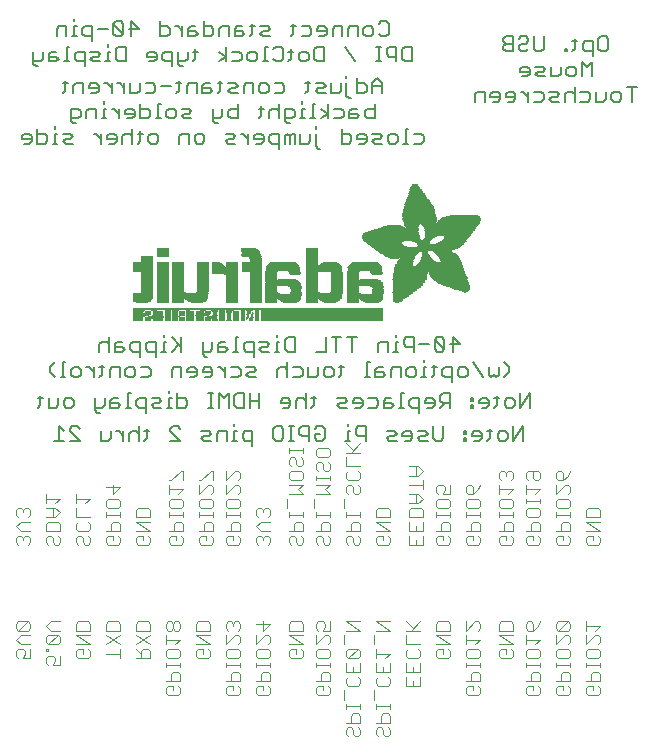
<source format=gbr>
G04 EAGLE Gerber RS-274X export*
G75*
%MOMM*%
%FSLAX34Y34*%
%LPD*%
%INSilkscreen Bottom*%
%IPPOS*%
%AMOC8*
5,1,8,0,0,1.08239X$1,22.5*%
G01*
%ADD10C,0.177800*%
%ADD11C,0.101600*%
%ADD12R,10.363200X0.025400*%
%ADD13R,0.406400X0.025400*%
%ADD14R,0.381000X0.025400*%
%ADD15R,0.457200X0.025400*%
%ADD16R,0.431800X0.025400*%
%ADD17R,0.635000X0.025400*%
%ADD18R,0.482600X0.025400*%
%ADD19R,0.889000X0.025400*%
%ADD20R,0.863600X0.025400*%
%ADD21R,0.508000X0.025400*%
%ADD22R,0.355600X0.025400*%
%ADD23R,0.025400X0.025400*%
%ADD24R,0.330200X0.025400*%
%ADD25R,0.050800X0.025400*%
%ADD26R,0.304800X0.025400*%
%ADD27R,0.076200X0.025400*%
%ADD28R,1.016000X0.025400*%
%ADD29R,1.524000X0.025400*%
%ADD30R,0.101600X0.025400*%
%ADD31R,0.279400X0.025400*%
%ADD32R,1.498600X0.025400*%
%ADD33R,0.254000X0.025400*%
%ADD34R,0.127000X0.025400*%
%ADD35R,0.965200X0.025400*%
%ADD36R,1.447800X0.025400*%
%ADD37R,0.228600X0.025400*%
%ADD38R,0.152400X0.025400*%
%ADD39R,0.812800X0.025400*%
%ADD40R,1.295400X0.025400*%
%ADD41R,0.533400X0.025400*%
%ADD42R,0.660400X0.025400*%
%ADD43R,0.609600X0.025400*%
%ADD44R,0.558800X0.025400*%
%ADD45R,0.203200X0.025400*%
%ADD46R,0.177800X0.025400*%
%ADD47R,0.914400X0.025400*%
%ADD48R,0.685800X0.025400*%
%ADD49R,0.939800X0.025400*%
%ADD50R,0.736600X0.025400*%
%ADD51R,0.990600X0.025400*%
%ADD52R,1.219200X0.025400*%
%ADD53R,1.117600X0.025400*%
%ADD54R,1.397000X0.025400*%
%ADD55R,1.244600X0.025400*%
%ADD56R,1.473200X0.025400*%
%ADD57R,0.584200X0.025400*%
%ADD58R,1.041400X0.025400*%
%ADD59R,21.209000X0.025400*%
%ADD60R,0.787400X0.025400*%
%ADD61R,1.193800X0.025400*%
%ADD62R,1.168400X0.025400*%
%ADD63R,1.092200X0.025400*%
%ADD64R,1.066800X0.025400*%
%ADD65R,1.143000X0.025400*%
%ADD66R,1.270000X0.025400*%
%ADD67R,1.320800X0.025400*%
%ADD68R,1.422400X0.025400*%
%ADD69R,1.549400X0.025400*%
%ADD70R,0.711200X0.025400*%
%ADD71R,1.625600X0.025400*%
%ADD72R,0.762000X0.025400*%
%ADD73R,1.701800X0.025400*%
%ADD74R,1.600200X0.025400*%
%ADD75R,1.727200X0.025400*%
%ADD76R,1.651000X0.025400*%
%ADD77R,0.838200X0.025400*%
%ADD78R,1.803400X0.025400*%
%ADD79R,1.574800X0.025400*%
%ADD80R,1.854200X0.025400*%
%ADD81R,1.778000X0.025400*%
%ADD82R,1.879600X0.025400*%
%ADD83R,1.930400X0.025400*%
%ADD84R,1.981200X0.025400*%
%ADD85R,1.905000X0.025400*%
%ADD86R,2.006600X0.025400*%
%ADD87R,3.048000X0.025400*%
%ADD88R,2.997200X0.025400*%
%ADD89R,2.057400X0.025400*%
%ADD90R,3.022600X0.025400*%
%ADD91R,2.032000X0.025400*%
%ADD92R,3.073400X0.025400*%
%ADD93R,1.676400X0.025400*%
%ADD94R,1.346200X0.025400*%
%ADD95R,3.098800X0.025400*%
%ADD96R,1.828800X0.025400*%
%ADD97R,2.082800X0.025400*%
%ADD98R,2.108200X0.025400*%
%ADD99R,2.159000X0.025400*%
%ADD100R,2.184400X0.025400*%
%ADD101R,2.235200X0.025400*%
%ADD102R,2.260600X0.025400*%
%ADD103R,2.311400X0.025400*%
%ADD104R,2.362200X0.025400*%
%ADD105R,2.387600X0.025400*%
%ADD106R,2.413000X0.025400*%
%ADD107R,2.438400X0.025400*%
%ADD108R,2.133600X0.025400*%
%ADD109R,2.463800X0.025400*%
%ADD110R,2.286000X0.025400*%
%ADD111R,2.514600X0.025400*%
%ADD112R,2.540000X0.025400*%
%ADD113R,2.565400X0.025400*%
%ADD114R,2.489200X0.025400*%
%ADD115R,2.590800X0.025400*%
%ADD116R,2.971800X0.025400*%
%ADD117R,2.616200X0.025400*%
%ADD118R,2.946400X0.025400*%
%ADD119R,2.641600X0.025400*%
%ADD120R,2.667000X0.025400*%
%ADD121R,2.921000X0.025400*%
%ADD122R,2.895600X0.025400*%
%ADD123R,2.717800X0.025400*%
%ADD124R,2.692400X0.025400*%
%ADD125R,2.870200X0.025400*%
%ADD126R,2.768600X0.025400*%
%ADD127R,2.743200X0.025400*%
%ADD128R,2.844800X0.025400*%
%ADD129R,2.794000X0.025400*%
%ADD130R,2.819400X0.025400*%
%ADD131R,1.371600X0.025400*%
%ADD132R,5.892800X0.025400*%
%ADD133R,5.867400X0.025400*%
%ADD134R,5.842000X0.025400*%
%ADD135R,5.816600X0.025400*%
%ADD136R,5.791200X0.025400*%
%ADD137R,4.114800X0.025400*%
%ADD138R,3.987800X0.025400*%
%ADD139R,1.955800X0.025400*%
%ADD140R,3.962400X0.025400*%
%ADD141R,3.911600X0.025400*%
%ADD142R,3.886200X0.025400*%
%ADD143R,3.835400X0.025400*%
%ADD144R,1.752600X0.025400*%
%ADD145R,3.810000X0.025400*%
%ADD146R,3.784600X0.025400*%
%ADD147R,3.733800X0.025400*%
%ADD148R,3.708400X0.025400*%
%ADD149R,3.683000X0.025400*%
%ADD150R,2.336800X0.025400*%
%ADD151R,3.657600X0.025400*%
%ADD152R,3.632200X0.025400*%
%ADD153R,3.149600X0.025400*%
%ADD154R,3.251200X0.025400*%
%ADD155R,3.276600X0.025400*%
%ADD156R,3.352800X0.025400*%
%ADD157R,3.454400X0.025400*%
%ADD158R,3.530600X0.025400*%
%ADD159R,4.241800X0.025400*%
%ADD160R,4.267200X0.025400*%
%ADD161R,4.318000X0.025400*%
%ADD162R,4.419600X0.025400*%
%ADD163R,6.400800X0.025400*%
%ADD164R,6.502400X0.025400*%
%ADD165R,6.680200X0.025400*%
%ADD166R,6.832600X0.025400*%
%ADD167R,6.858000X0.025400*%
%ADD168R,7.010400X0.025400*%
%ADD169R,7.112000X0.025400*%
%ADD170R,7.162800X0.025400*%
%ADD171R,3.860800X0.025400*%
%ADD172R,3.302000X0.025400*%
%ADD173R,2.209800X0.025400*%
%ADD174R,3.124200X0.025400*%
%ADD175R,3.200400X0.025400*%
%ADD176R,5.029200X0.025400*%
%ADD177R,5.003800X0.025400*%
%ADD178R,4.978400X0.025400*%
%ADD179R,4.953000X0.025400*%
%ADD180R,4.927600X0.025400*%
%ADD181R,4.902200X0.025400*%
%ADD182R,4.876800X0.025400*%
%ADD183R,4.851400X0.025400*%
%ADD184R,4.826000X0.025400*%
%ADD185R,4.800600X0.025400*%
%ADD186R,4.775200X0.025400*%
%ADD187R,4.749800X0.025400*%
%ADD188R,4.724400X0.025400*%
%ADD189R,4.699000X0.025400*%
%ADD190R,3.937000X0.025400*%
%ADD191R,4.648200X0.025400*%
%ADD192R,4.597400X0.025400*%
%ADD193R,4.546600X0.025400*%
%ADD194R,4.470400X0.025400*%
%ADD195R,4.013200X0.025400*%
%ADD196R,4.394200X0.025400*%
%ADD197R,4.038600X0.025400*%
%ADD198R,4.064000X0.025400*%
%ADD199R,4.089400X0.025400*%
%ADD200R,4.140200X0.025400*%
%ADD201R,4.165600X0.025400*%
%ADD202R,4.191000X0.025400*%
%ADD203R,3.759200X0.025400*%
%ADD204R,4.216400X0.025400*%
%ADD205R,3.606800X0.025400*%
%ADD206R,4.292600X0.025400*%
%ADD207R,4.368800X0.025400*%
%ADD208R,4.445000X0.025400*%
%ADD209R,4.495800X0.025400*%
%ADD210R,4.572000X0.025400*%
%ADD211R,4.622800X0.025400*%
%ADD212R,4.673600X0.025400*%
%ADD213R,3.581400X0.025400*%
%ADD214R,3.556000X0.025400*%
%ADD215R,3.479800X0.025400*%
%ADD216R,3.403600X0.025400*%
%ADD217R,3.378200X0.025400*%
%ADD218R,3.225800X0.025400*%


D10*
X446317Y234315D02*
X446317Y246772D01*
X452545Y240543D01*
X444241Y240543D01*
X439448Y236391D02*
X439448Y244696D01*
X437372Y246772D01*
X433220Y246772D01*
X431144Y244696D01*
X431144Y236391D01*
X433220Y234315D01*
X437372Y234315D01*
X439448Y236391D01*
X431144Y244696D01*
X426351Y240543D02*
X418047Y240543D01*
X413254Y234315D02*
X413254Y246772D01*
X407025Y246772D01*
X404949Y244696D01*
X404949Y240543D01*
X407025Y238467D01*
X413254Y238467D01*
X400156Y242619D02*
X398080Y242619D01*
X398080Y234315D01*
X400156Y234315D02*
X396004Y234315D01*
X398080Y246772D02*
X398080Y248848D01*
X391425Y242619D02*
X391425Y234315D01*
X391425Y242619D02*
X385197Y242619D01*
X383121Y240543D01*
X383121Y234315D01*
X361078Y234315D02*
X361078Y246772D01*
X365230Y246772D02*
X356926Y246772D01*
X347981Y246772D02*
X347981Y234315D01*
X352133Y246772D02*
X343829Y246772D01*
X339036Y246772D02*
X339036Y234315D01*
X330732Y234315D01*
X312841Y234315D02*
X312841Y246772D01*
X312841Y234315D02*
X306613Y234315D01*
X304537Y236391D01*
X304537Y244696D01*
X306613Y246772D01*
X312841Y246772D01*
X299744Y242619D02*
X297668Y242619D01*
X297668Y234315D01*
X299744Y234315D02*
X295592Y234315D01*
X297668Y246772D02*
X297668Y248848D01*
X291013Y234315D02*
X284784Y234315D01*
X282708Y236391D01*
X284784Y238467D01*
X288937Y238467D01*
X291013Y240543D01*
X288937Y242619D01*
X282708Y242619D01*
X277915Y242619D02*
X277915Y230163D01*
X277915Y242619D02*
X271687Y242619D01*
X269611Y240543D01*
X269611Y236391D01*
X271687Y234315D01*
X277915Y234315D01*
X264818Y246772D02*
X262742Y246772D01*
X262742Y234315D01*
X264818Y234315D02*
X260666Y234315D01*
X254011Y242619D02*
X249858Y242619D01*
X247782Y240543D01*
X247782Y234315D01*
X254011Y234315D01*
X256087Y236391D01*
X254011Y238467D01*
X247782Y238467D01*
X242989Y236391D02*
X242989Y242619D01*
X242989Y236391D02*
X240913Y234315D01*
X234685Y234315D01*
X234685Y232239D02*
X234685Y242619D01*
X234685Y232239D02*
X236761Y230163D01*
X238837Y230163D01*
X216795Y234315D02*
X216795Y246772D01*
X208491Y246772D02*
X216795Y238467D01*
X214719Y240543D02*
X208491Y234315D01*
X203698Y242619D02*
X201622Y242619D01*
X201622Y234315D01*
X203698Y234315D02*
X199545Y234315D01*
X201622Y246772D02*
X201622Y248848D01*
X194966Y242619D02*
X194966Y230163D01*
X194966Y242619D02*
X188738Y242619D01*
X186662Y240543D01*
X186662Y236391D01*
X188738Y234315D01*
X194966Y234315D01*
X181869Y230163D02*
X181869Y242619D01*
X175641Y242619D01*
X173565Y240543D01*
X173565Y236391D01*
X175641Y234315D01*
X181869Y234315D01*
X166696Y242619D02*
X162543Y242619D01*
X160467Y240543D01*
X160467Y234315D01*
X166696Y234315D01*
X168772Y236391D01*
X166696Y238467D01*
X160467Y238467D01*
X155674Y234315D02*
X155674Y246772D01*
X153598Y242619D02*
X155674Y240543D01*
X153598Y242619D02*
X149446Y242619D01*
X147370Y240543D01*
X147370Y234315D01*
X489868Y212979D02*
X494020Y217131D01*
X494020Y221283D01*
X489868Y225436D01*
X485289Y221283D02*
X485289Y215055D01*
X483213Y212979D01*
X481136Y215055D01*
X479060Y212979D01*
X476984Y215055D01*
X476984Y221283D01*
X472191Y212979D02*
X463887Y225436D01*
X457018Y212979D02*
X452866Y212979D01*
X450790Y215055D01*
X450790Y219207D01*
X452866Y221283D01*
X457018Y221283D01*
X459094Y219207D01*
X459094Y215055D01*
X457018Y212979D01*
X445997Y208827D02*
X445997Y221283D01*
X439769Y221283D01*
X437692Y219207D01*
X437692Y215055D01*
X439769Y212979D01*
X445997Y212979D01*
X430824Y215055D02*
X430824Y223360D01*
X430824Y215055D02*
X428747Y212979D01*
X428747Y221283D02*
X432900Y221283D01*
X424168Y221283D02*
X422092Y221283D01*
X422092Y212979D01*
X424168Y212979D02*
X420016Y212979D01*
X422092Y225436D02*
X422092Y227512D01*
X413361Y212979D02*
X409208Y212979D01*
X407132Y215055D01*
X407132Y219207D01*
X409208Y221283D01*
X413361Y221283D01*
X415437Y219207D01*
X415437Y215055D01*
X413361Y212979D01*
X402339Y212979D02*
X402339Y221283D01*
X396111Y221283D01*
X394035Y219207D01*
X394035Y212979D01*
X387166Y221283D02*
X383014Y221283D01*
X380938Y219207D01*
X380938Y212979D01*
X387166Y212979D01*
X389242Y215055D01*
X387166Y217131D01*
X380938Y217131D01*
X376145Y225436D02*
X374069Y225436D01*
X374069Y212979D01*
X376145Y212979D02*
X371993Y212979D01*
X352240Y215055D02*
X352240Y223360D01*
X352240Y215055D02*
X350164Y212979D01*
X350164Y221283D02*
X354316Y221283D01*
X343509Y212979D02*
X339356Y212979D01*
X337280Y215055D01*
X337280Y219207D01*
X339356Y221283D01*
X343509Y221283D01*
X345585Y219207D01*
X345585Y215055D01*
X343509Y212979D01*
X332487Y215055D02*
X332487Y221283D01*
X332487Y215055D02*
X330411Y212979D01*
X324183Y212979D01*
X324183Y221283D01*
X317314Y221283D02*
X311086Y221283D01*
X317314Y221283D02*
X319390Y219207D01*
X319390Y215055D01*
X317314Y212979D01*
X311086Y212979D01*
X306293Y212979D02*
X306293Y225436D01*
X304217Y221283D02*
X306293Y219207D01*
X304217Y221283D02*
X300065Y221283D01*
X297988Y219207D01*
X297988Y212979D01*
X280098Y212979D02*
X273870Y212979D01*
X271794Y215055D01*
X273870Y217131D01*
X278022Y217131D01*
X280098Y219207D01*
X278022Y221283D01*
X271794Y221283D01*
X264925Y221283D02*
X258697Y221283D01*
X264925Y221283D02*
X267001Y219207D01*
X267001Y215055D01*
X264925Y212979D01*
X258697Y212979D01*
X253904Y212979D02*
X253904Y221283D01*
X253904Y217131D02*
X249752Y221283D01*
X247676Y221283D01*
X240913Y212979D02*
X236761Y212979D01*
X240913Y212979D02*
X242989Y215055D01*
X242989Y219207D01*
X240913Y221283D01*
X236761Y221283D01*
X234685Y219207D01*
X234685Y217131D01*
X242989Y217131D01*
X227816Y212979D02*
X223664Y212979D01*
X227816Y212979D02*
X229892Y215055D01*
X229892Y219207D01*
X227816Y221283D01*
X223664Y221283D01*
X221588Y219207D01*
X221588Y217131D01*
X229892Y217131D01*
X216795Y212979D02*
X216795Y221283D01*
X210567Y221283D01*
X208491Y219207D01*
X208491Y212979D01*
X188524Y221283D02*
X182296Y221283D01*
X188524Y221283D02*
X190600Y219207D01*
X190600Y215055D01*
X188524Y212979D01*
X182296Y212979D01*
X175427Y212979D02*
X171275Y212979D01*
X169199Y215055D01*
X169199Y219207D01*
X171275Y221283D01*
X175427Y221283D01*
X177503Y219207D01*
X177503Y215055D01*
X175427Y212979D01*
X164406Y212979D02*
X164406Y221283D01*
X158178Y221283D01*
X156102Y219207D01*
X156102Y212979D01*
X149233Y215055D02*
X149233Y223360D01*
X149233Y215055D02*
X147157Y212979D01*
X147157Y221283D02*
X151309Y221283D01*
X142577Y221283D02*
X142577Y212979D01*
X142577Y217131D02*
X138425Y221283D01*
X136349Y221283D01*
X129587Y212979D02*
X125435Y212979D01*
X123358Y215055D01*
X123358Y219207D01*
X125435Y221283D01*
X129587Y221283D01*
X131663Y219207D01*
X131663Y215055D01*
X129587Y212979D01*
X118566Y225436D02*
X116490Y225436D01*
X116490Y212979D01*
X118566Y212979D02*
X114413Y212979D01*
X109834Y212979D02*
X105682Y217131D01*
X105682Y221283D01*
X109834Y225436D01*
X383975Y511904D02*
X386051Y513980D01*
X390203Y513980D01*
X392280Y511904D01*
X392280Y503599D01*
X390203Y501523D01*
X386051Y501523D01*
X383975Y503599D01*
X377106Y501523D02*
X372954Y501523D01*
X370878Y503599D01*
X370878Y507751D01*
X372954Y509827D01*
X377106Y509827D01*
X379182Y507751D01*
X379182Y503599D01*
X377106Y501523D01*
X366085Y501523D02*
X366085Y509827D01*
X359857Y509827D01*
X357781Y507751D01*
X357781Y501523D01*
X352988Y501523D02*
X352988Y509827D01*
X346760Y509827D01*
X344683Y507751D01*
X344683Y501523D01*
X337814Y501523D02*
X333662Y501523D01*
X337814Y501523D02*
X339891Y503599D01*
X339891Y507751D01*
X337814Y509827D01*
X333662Y509827D01*
X331586Y507751D01*
X331586Y505675D01*
X339891Y505675D01*
X324717Y509827D02*
X318489Y509827D01*
X324717Y509827D02*
X326793Y507751D01*
X326793Y503599D01*
X324717Y501523D01*
X318489Y501523D01*
X311620Y503599D02*
X311620Y511904D01*
X311620Y503599D02*
X309544Y501523D01*
X309544Y509827D02*
X313696Y509827D01*
X291867Y501523D02*
X285639Y501523D01*
X283563Y503599D01*
X285639Y505675D01*
X289791Y505675D01*
X291867Y507751D01*
X289791Y509827D01*
X283563Y509827D01*
X276694Y511904D02*
X276694Y503599D01*
X274618Y501523D01*
X274618Y509827D02*
X278770Y509827D01*
X267962Y509827D02*
X263810Y509827D01*
X261734Y507751D01*
X261734Y501523D01*
X267962Y501523D01*
X270039Y503599D01*
X267962Y505675D01*
X261734Y505675D01*
X256941Y501523D02*
X256941Y509827D01*
X250713Y509827D01*
X248637Y507751D01*
X248637Y501523D01*
X235540Y501523D02*
X235540Y513980D01*
X235540Y501523D02*
X241768Y501523D01*
X243844Y503599D01*
X243844Y507751D01*
X241768Y509827D01*
X235540Y509827D01*
X228671Y509827D02*
X224519Y509827D01*
X222442Y507751D01*
X222442Y501523D01*
X228671Y501523D01*
X230747Y503599D01*
X228671Y505675D01*
X222442Y505675D01*
X217650Y501523D02*
X217650Y509827D01*
X217650Y505675D02*
X213497Y509827D01*
X211421Y509827D01*
X198431Y513980D02*
X198431Y501523D01*
X204659Y501523D01*
X206735Y503599D01*
X206735Y507751D01*
X204659Y509827D01*
X198431Y509827D01*
X174312Y513980D02*
X174312Y501523D01*
X180541Y507751D02*
X174312Y513980D01*
X172236Y507751D02*
X180541Y507751D01*
X167443Y503599D02*
X167443Y511904D01*
X165367Y513980D01*
X161215Y513980D01*
X159139Y511904D01*
X159139Y503599D01*
X161215Y501523D01*
X165367Y501523D01*
X167443Y503599D01*
X159139Y511904D01*
X154346Y507751D02*
X146042Y507751D01*
X141249Y509827D02*
X141249Y497371D01*
X141249Y509827D02*
X135021Y509827D01*
X132945Y507751D01*
X132945Y503599D01*
X135021Y501523D01*
X141249Y501523D01*
X128152Y509827D02*
X126076Y509827D01*
X126076Y501523D01*
X128152Y501523D02*
X124000Y501523D01*
X126076Y513980D02*
X126076Y516056D01*
X119420Y509827D02*
X119420Y501523D01*
X119420Y509827D02*
X113192Y509827D01*
X111116Y507751D01*
X111116Y501523D01*
X411925Y492644D02*
X411925Y480187D01*
X405697Y480187D01*
X403621Y482263D01*
X403621Y490568D01*
X405697Y492644D01*
X411925Y492644D01*
X398828Y492644D02*
X398828Y480187D01*
X398828Y492644D02*
X392600Y492644D01*
X390524Y490568D01*
X390524Y486415D01*
X392600Y484339D01*
X398828Y484339D01*
X385731Y480187D02*
X381579Y480187D01*
X383655Y480187D02*
X383655Y492644D01*
X385731Y492644D02*
X381579Y492644D01*
X363902Y480187D02*
X355598Y492644D01*
X337708Y492644D02*
X337708Y480187D01*
X331479Y480187D01*
X329403Y482263D01*
X329403Y490568D01*
X331479Y492644D01*
X337708Y492644D01*
X322534Y480187D02*
X318382Y480187D01*
X316306Y482263D01*
X316306Y486415D01*
X318382Y488491D01*
X322534Y488491D01*
X324610Y486415D01*
X324610Y482263D01*
X322534Y480187D01*
X309437Y482263D02*
X309437Y490568D01*
X309437Y482263D02*
X307361Y480187D01*
X307361Y488491D02*
X311513Y488491D01*
X296553Y492644D02*
X294477Y490568D01*
X296553Y492644D02*
X300706Y492644D01*
X302782Y490568D01*
X302782Y482263D01*
X300706Y480187D01*
X296553Y480187D01*
X294477Y482263D01*
X289684Y492644D02*
X287608Y492644D01*
X287608Y480187D01*
X289684Y480187D02*
X285532Y480187D01*
X278877Y480187D02*
X274725Y480187D01*
X272649Y482263D01*
X272649Y486415D01*
X274725Y488491D01*
X278877Y488491D01*
X280953Y486415D01*
X280953Y482263D01*
X278877Y480187D01*
X265780Y488491D02*
X259551Y488491D01*
X265780Y488491D02*
X267856Y486415D01*
X267856Y482263D01*
X265780Y480187D01*
X259551Y480187D01*
X254758Y480187D02*
X254758Y492644D01*
X254758Y484339D02*
X248530Y480187D01*
X254758Y484339D02*
X248530Y488491D01*
X228671Y490568D02*
X228671Y482263D01*
X226595Y480187D01*
X226595Y488491D02*
X230747Y488491D01*
X222015Y488491D02*
X222015Y482263D01*
X219939Y480187D01*
X213711Y480187D01*
X213711Y478111D02*
X213711Y488491D01*
X213711Y478111D02*
X215787Y476035D01*
X217863Y476035D01*
X208918Y476035D02*
X208918Y488491D01*
X202690Y488491D01*
X200614Y486415D01*
X200614Y482263D01*
X202690Y480187D01*
X208918Y480187D01*
X193745Y480187D02*
X189593Y480187D01*
X193745Y480187D02*
X195821Y482263D01*
X195821Y486415D01*
X193745Y488491D01*
X189593Y488491D01*
X187516Y486415D01*
X187516Y484339D01*
X195821Y484339D01*
X169626Y480187D02*
X169626Y492644D01*
X169626Y480187D02*
X163398Y480187D01*
X161322Y482263D01*
X161322Y490568D01*
X163398Y492644D01*
X169626Y492644D01*
X156529Y488491D02*
X154453Y488491D01*
X154453Y480187D01*
X156529Y480187D02*
X152377Y480187D01*
X154453Y492644D02*
X154453Y494720D01*
X147798Y480187D02*
X141569Y480187D01*
X139493Y482263D01*
X141569Y484339D01*
X145722Y484339D01*
X147798Y486415D01*
X145722Y488491D01*
X139493Y488491D01*
X134700Y488491D02*
X134700Y476035D01*
X134700Y488491D02*
X128472Y488491D01*
X126396Y486415D01*
X126396Y482263D01*
X128472Y480187D01*
X134700Y480187D01*
X121603Y492644D02*
X119527Y492644D01*
X119527Y480187D01*
X121603Y480187D02*
X117451Y480187D01*
X110796Y488491D02*
X106643Y488491D01*
X104567Y486415D01*
X104567Y480187D01*
X110796Y480187D01*
X112872Y482263D01*
X110796Y484339D01*
X104567Y484339D01*
X99774Y482263D02*
X99774Y488491D01*
X99774Y482263D02*
X97698Y480187D01*
X91470Y480187D01*
X91470Y478111D02*
X91470Y488491D01*
X91470Y478111D02*
X93546Y476035D01*
X95622Y476035D01*
X571945Y501280D02*
X576097Y501280D01*
X578173Y499204D01*
X578173Y490899D01*
X576097Y488823D01*
X571945Y488823D01*
X569869Y490899D01*
X569869Y499204D01*
X571945Y501280D01*
X565076Y497127D02*
X565076Y484671D01*
X565076Y497127D02*
X558847Y497127D01*
X556771Y495051D01*
X556771Y490899D01*
X558847Y488823D01*
X565076Y488823D01*
X549902Y490899D02*
X549902Y499204D01*
X549902Y490899D02*
X547826Y488823D01*
X547826Y497127D02*
X551978Y497127D01*
X543247Y490899D02*
X543247Y488823D01*
X543247Y490899D02*
X541171Y490899D01*
X541171Y488823D01*
X543247Y488823D01*
X523601Y490899D02*
X523601Y501280D01*
X523601Y490899D02*
X521525Y488823D01*
X517373Y488823D01*
X515297Y490899D01*
X515297Y501280D01*
X504275Y501280D02*
X502199Y499204D01*
X504275Y501280D02*
X508428Y501280D01*
X510504Y499204D01*
X510504Y497127D01*
X508428Y495051D01*
X504275Y495051D01*
X502199Y492975D01*
X502199Y490899D01*
X504275Y488823D01*
X508428Y488823D01*
X510504Y490899D01*
X497407Y488823D02*
X497407Y501280D01*
X491178Y501280D01*
X489102Y499204D01*
X489102Y497127D01*
X491178Y495051D01*
X489102Y492975D01*
X489102Y490899D01*
X491178Y488823D01*
X497407Y488823D01*
X497407Y495051D02*
X491178Y495051D01*
X563984Y479944D02*
X563984Y467487D01*
X559832Y475791D02*
X563984Y479944D01*
X559832Y475791D02*
X555680Y479944D01*
X555680Y467487D01*
X548811Y467487D02*
X544659Y467487D01*
X542583Y469563D01*
X542583Y473715D01*
X544659Y475791D01*
X548811Y475791D01*
X550887Y473715D01*
X550887Y469563D01*
X548811Y467487D01*
X537790Y469563D02*
X537790Y475791D01*
X537790Y469563D02*
X535714Y467487D01*
X529485Y467487D01*
X529485Y475791D01*
X524692Y467487D02*
X518464Y467487D01*
X516388Y469563D01*
X518464Y471639D01*
X522616Y471639D01*
X524692Y473715D01*
X522616Y475791D01*
X516388Y475791D01*
X509519Y467487D02*
X505367Y467487D01*
X509519Y467487D02*
X511595Y469563D01*
X511595Y473715D01*
X509519Y475791D01*
X505367Y475791D01*
X503291Y473715D01*
X503291Y471639D01*
X511595Y471639D01*
X598032Y458608D02*
X598032Y446151D01*
X593880Y458608D02*
X602185Y458608D01*
X587011Y446151D02*
X582859Y446151D01*
X580783Y448227D01*
X580783Y452379D01*
X582859Y454455D01*
X587011Y454455D01*
X589087Y452379D01*
X589087Y448227D01*
X587011Y446151D01*
X575990Y448227D02*
X575990Y454455D01*
X575990Y448227D02*
X573914Y446151D01*
X567686Y446151D01*
X567686Y454455D01*
X560817Y454455D02*
X554588Y454455D01*
X560817Y454455D02*
X562893Y452379D01*
X562893Y448227D01*
X560817Y446151D01*
X554588Y446151D01*
X549796Y446151D02*
X549796Y458608D01*
X547719Y454455D02*
X549796Y452379D01*
X547719Y454455D02*
X543567Y454455D01*
X541491Y452379D01*
X541491Y446151D01*
X536698Y446151D02*
X530470Y446151D01*
X528394Y448227D01*
X530470Y450303D01*
X534622Y450303D01*
X536698Y452379D01*
X534622Y454455D01*
X528394Y454455D01*
X521525Y454455D02*
X515297Y454455D01*
X521525Y454455D02*
X523601Y452379D01*
X523601Y448227D01*
X521525Y446151D01*
X515297Y446151D01*
X510504Y446151D02*
X510504Y454455D01*
X510504Y450303D02*
X506352Y454455D01*
X504276Y454455D01*
X497513Y446151D02*
X493361Y446151D01*
X497513Y446151D02*
X499589Y448227D01*
X499589Y452379D01*
X497513Y454455D01*
X493361Y454455D01*
X491285Y452379D01*
X491285Y450303D01*
X499589Y450303D01*
X484416Y446151D02*
X480264Y446151D01*
X484416Y446151D02*
X486492Y448227D01*
X486492Y452379D01*
X484416Y454455D01*
X480264Y454455D01*
X478188Y452379D01*
X478188Y450303D01*
X486492Y450303D01*
X473395Y446151D02*
X473395Y454455D01*
X467167Y454455D01*
X465091Y452379D01*
X465091Y446151D01*
X386822Y453263D02*
X386822Y461567D01*
X382670Y465720D01*
X378518Y461567D01*
X378518Y453263D01*
X378518Y459491D02*
X386822Y459491D01*
X365421Y453263D02*
X365421Y465720D01*
X365421Y453263D02*
X371649Y453263D01*
X373725Y455339D01*
X373725Y459491D01*
X371649Y461567D01*
X365421Y461567D01*
X360628Y449111D02*
X358552Y449111D01*
X356476Y451187D01*
X356476Y461567D01*
X356476Y465720D02*
X356476Y467796D01*
X351896Y461567D02*
X351896Y455339D01*
X349820Y453263D01*
X343592Y453263D01*
X343592Y461567D01*
X338799Y453263D02*
X332571Y453263D01*
X330495Y455339D01*
X332571Y457415D01*
X336723Y457415D01*
X338799Y459491D01*
X336723Y461567D01*
X330495Y461567D01*
X323626Y463644D02*
X323626Y455339D01*
X321550Y453263D01*
X321550Y461567D02*
X325702Y461567D01*
X301797Y461567D02*
X295569Y461567D01*
X301797Y461567D02*
X303873Y459491D01*
X303873Y455339D01*
X301797Y453263D01*
X295569Y453263D01*
X288700Y453263D02*
X284548Y453263D01*
X282471Y455339D01*
X282471Y459491D01*
X284548Y461567D01*
X288700Y461567D01*
X290776Y459491D01*
X290776Y455339D01*
X288700Y453263D01*
X277679Y453263D02*
X277679Y461567D01*
X271450Y461567D01*
X269374Y459491D01*
X269374Y453263D01*
X264581Y453263D02*
X258353Y453263D01*
X256277Y455339D01*
X258353Y457415D01*
X262505Y457415D01*
X264581Y459491D01*
X262505Y461567D01*
X256277Y461567D01*
X249408Y463644D02*
X249408Y455339D01*
X247332Y453263D01*
X247332Y461567D02*
X251484Y461567D01*
X240677Y461567D02*
X236524Y461567D01*
X234448Y459491D01*
X234448Y453263D01*
X240677Y453263D01*
X242753Y455339D01*
X240677Y457415D01*
X234448Y457415D01*
X229655Y453263D02*
X229655Y461567D01*
X223427Y461567D01*
X221351Y459491D01*
X221351Y453263D01*
X214482Y455339D02*
X214482Y463644D01*
X214482Y455339D02*
X212406Y453263D01*
X212406Y461567D02*
X216558Y461567D01*
X207827Y459491D02*
X199522Y459491D01*
X192653Y461567D02*
X186425Y461567D01*
X192653Y461567D02*
X194729Y459491D01*
X194729Y455339D01*
X192653Y453263D01*
X186425Y453263D01*
X181632Y455339D02*
X181632Y461567D01*
X181632Y455339D02*
X179556Y453263D01*
X173328Y453263D01*
X173328Y461567D01*
X168535Y461567D02*
X168535Y453263D01*
X168535Y457415D02*
X164383Y461567D01*
X162307Y461567D01*
X157621Y461567D02*
X157621Y453263D01*
X157621Y457415D02*
X153468Y461567D01*
X151392Y461567D01*
X144630Y453263D02*
X140478Y453263D01*
X144630Y453263D02*
X146706Y455339D01*
X146706Y459491D01*
X144630Y461567D01*
X140478Y461567D01*
X138402Y459491D01*
X138402Y457415D01*
X146706Y457415D01*
X133609Y453263D02*
X133609Y461567D01*
X127381Y461567D01*
X125304Y459491D01*
X125304Y453263D01*
X118436Y455339D02*
X118436Y463644D01*
X118436Y455339D02*
X116359Y453263D01*
X116359Y461567D02*
X120512Y461567D01*
X380274Y444384D02*
X380274Y431927D01*
X374045Y431927D01*
X371969Y434003D01*
X371969Y438155D01*
X374045Y440231D01*
X380274Y440231D01*
X365100Y440231D02*
X360948Y440231D01*
X358872Y438155D01*
X358872Y431927D01*
X365100Y431927D01*
X367177Y434003D01*
X365100Y436079D01*
X358872Y436079D01*
X352003Y440231D02*
X345775Y440231D01*
X352003Y440231D02*
X354079Y438155D01*
X354079Y434003D01*
X352003Y431927D01*
X345775Y431927D01*
X340982Y431927D02*
X340982Y444384D01*
X340982Y436079D02*
X334754Y431927D01*
X340982Y436079D02*
X334754Y440231D01*
X330068Y444384D02*
X327992Y444384D01*
X327992Y431927D01*
X330068Y431927D02*
X325915Y431927D01*
X321336Y440231D02*
X319260Y440231D01*
X319260Y431927D01*
X321336Y431927D02*
X317184Y431927D01*
X319260Y444384D02*
X319260Y446460D01*
X308452Y427775D02*
X306376Y427775D01*
X304300Y429851D01*
X304300Y440231D01*
X310529Y440231D01*
X312605Y438155D01*
X312605Y434003D01*
X310529Y431927D01*
X304300Y431927D01*
X299507Y431927D02*
X299507Y444384D01*
X297431Y440231D02*
X299507Y438155D01*
X297431Y440231D02*
X293279Y440231D01*
X291203Y438155D01*
X291203Y431927D01*
X284334Y434003D02*
X284334Y442308D01*
X284334Y434003D02*
X282258Y431927D01*
X282258Y440231D02*
X286410Y440231D01*
X264581Y444384D02*
X264581Y431927D01*
X258353Y431927D01*
X256277Y434003D01*
X256277Y438155D01*
X258353Y440231D01*
X264581Y440231D01*
X251484Y440231D02*
X251484Y434003D01*
X249408Y431927D01*
X243180Y431927D01*
X243180Y429851D02*
X243180Y440231D01*
X243180Y429851D02*
X245256Y427775D01*
X247332Y427775D01*
X225290Y431927D02*
X219061Y431927D01*
X216985Y434003D01*
X219061Y436079D01*
X223214Y436079D01*
X225290Y438155D01*
X223214Y440231D01*
X216985Y440231D01*
X210116Y431927D02*
X205964Y431927D01*
X203888Y434003D01*
X203888Y438155D01*
X205964Y440231D01*
X210116Y440231D01*
X212192Y438155D01*
X212192Y434003D01*
X210116Y431927D01*
X199095Y444384D02*
X197019Y444384D01*
X197019Y431927D01*
X199095Y431927D02*
X194943Y431927D01*
X182059Y431927D02*
X182059Y444384D01*
X182059Y431927D02*
X188288Y431927D01*
X190364Y434003D01*
X190364Y438155D01*
X188288Y440231D01*
X182059Y440231D01*
X175190Y431927D02*
X171038Y431927D01*
X175190Y431927D02*
X177266Y434003D01*
X177266Y438155D01*
X175190Y440231D01*
X171038Y440231D01*
X168962Y438155D01*
X168962Y436079D01*
X177266Y436079D01*
X164169Y431927D02*
X164169Y440231D01*
X164169Y436079D02*
X160017Y440231D01*
X157941Y440231D01*
X153255Y440231D02*
X151179Y440231D01*
X151179Y431927D01*
X153255Y431927D02*
X149103Y431927D01*
X151179Y444384D02*
X151179Y446460D01*
X144523Y440231D02*
X144523Y431927D01*
X144523Y440231D02*
X138295Y440231D01*
X136219Y438155D01*
X136219Y431927D01*
X127274Y427775D02*
X125198Y427775D01*
X123122Y429851D01*
X123122Y440231D01*
X129350Y440231D01*
X131426Y438155D01*
X131426Y434003D01*
X129350Y431927D01*
X123122Y431927D01*
X413444Y418895D02*
X419672Y418895D01*
X421748Y416819D01*
X421748Y412667D01*
X419672Y410591D01*
X413444Y410591D01*
X408651Y423048D02*
X406575Y423048D01*
X406575Y410591D01*
X408651Y410591D02*
X404499Y410591D01*
X397844Y410591D02*
X393691Y410591D01*
X391615Y412667D01*
X391615Y416819D01*
X393691Y418895D01*
X397844Y418895D01*
X399920Y416819D01*
X399920Y412667D01*
X397844Y410591D01*
X386822Y410591D02*
X380594Y410591D01*
X378518Y412667D01*
X380594Y414743D01*
X384746Y414743D01*
X386822Y416819D01*
X384746Y418895D01*
X378518Y418895D01*
X371649Y410591D02*
X367497Y410591D01*
X371649Y410591D02*
X373725Y412667D01*
X373725Y416819D01*
X371649Y418895D01*
X367497Y418895D01*
X365421Y416819D01*
X365421Y414743D01*
X373725Y414743D01*
X352324Y410591D02*
X352324Y423048D01*
X352324Y410591D02*
X358552Y410591D01*
X360628Y412667D01*
X360628Y416819D01*
X358552Y418895D01*
X352324Y418895D01*
X334433Y406439D02*
X332357Y406439D01*
X330281Y408515D01*
X330281Y418895D01*
X330281Y423048D02*
X330281Y425124D01*
X325702Y418895D02*
X325702Y412667D01*
X323626Y410591D01*
X317398Y410591D01*
X317398Y418895D01*
X312605Y418895D02*
X312605Y410591D01*
X312605Y418895D02*
X310529Y418895D01*
X308453Y416819D01*
X308453Y410591D01*
X308453Y416819D02*
X306376Y418895D01*
X304300Y416819D01*
X304300Y410591D01*
X299507Y406439D02*
X299507Y418895D01*
X293279Y418895D01*
X291203Y416819D01*
X291203Y412667D01*
X293279Y410591D01*
X299507Y410591D01*
X284334Y410591D02*
X280182Y410591D01*
X284334Y410591D02*
X286410Y412667D01*
X286410Y416819D01*
X284334Y418895D01*
X280182Y418895D01*
X278106Y416819D01*
X278106Y414743D01*
X286410Y414743D01*
X273313Y410591D02*
X273313Y418895D01*
X273313Y414743D02*
X269161Y418895D01*
X267085Y418895D01*
X262399Y410591D02*
X256170Y410591D01*
X254094Y412667D01*
X256170Y414743D01*
X260322Y414743D01*
X262399Y416819D01*
X260322Y418895D01*
X254094Y418895D01*
X234128Y410591D02*
X229976Y410591D01*
X227900Y412667D01*
X227900Y416819D01*
X229976Y418895D01*
X234128Y418895D01*
X236204Y416819D01*
X236204Y412667D01*
X234128Y410591D01*
X223107Y410591D02*
X223107Y418895D01*
X216879Y418895D01*
X214802Y416819D01*
X214802Y410591D01*
X194836Y410591D02*
X190684Y410591D01*
X188608Y412667D01*
X188608Y416819D01*
X190684Y418895D01*
X194836Y418895D01*
X196912Y416819D01*
X196912Y412667D01*
X194836Y410591D01*
X181739Y412667D02*
X181739Y420972D01*
X181739Y412667D02*
X179663Y410591D01*
X179663Y418895D02*
X183815Y418895D01*
X175084Y423048D02*
X175084Y410591D01*
X175084Y416819D02*
X173007Y418895D01*
X168855Y418895D01*
X166779Y416819D01*
X166779Y410591D01*
X159910Y410591D02*
X155758Y410591D01*
X159910Y410591D02*
X161986Y412667D01*
X161986Y416819D01*
X159910Y418895D01*
X155758Y418895D01*
X153682Y416819D01*
X153682Y414743D01*
X161986Y414743D01*
X148889Y410591D02*
X148889Y418895D01*
X148889Y414743D02*
X144737Y418895D01*
X142661Y418895D01*
X124877Y410591D02*
X118649Y410591D01*
X116573Y412667D01*
X118649Y414743D01*
X122801Y414743D01*
X124877Y416819D01*
X122801Y418895D01*
X116573Y418895D01*
X111780Y418895D02*
X109704Y418895D01*
X109704Y410591D01*
X111780Y410591D02*
X107628Y410591D01*
X109704Y423048D02*
X109704Y425124D01*
X94744Y423048D02*
X94744Y410591D01*
X100973Y410591D01*
X103049Y412667D01*
X103049Y416819D01*
X100973Y418895D01*
X94744Y418895D01*
X87875Y410591D02*
X83723Y410591D01*
X87875Y410591D02*
X89951Y412667D01*
X89951Y416819D01*
X87875Y418895D01*
X83723Y418895D01*
X81647Y416819D01*
X81647Y414743D01*
X89951Y414743D01*
X506006Y171334D02*
X506006Y158877D01*
X497701Y158877D02*
X506006Y171334D01*
X497701Y171334D02*
X497701Y158877D01*
X490833Y158877D02*
X486680Y158877D01*
X484604Y160953D01*
X484604Y165105D01*
X486680Y167181D01*
X490833Y167181D01*
X492909Y165105D01*
X492909Y160953D01*
X490833Y158877D01*
X477735Y160953D02*
X477735Y169258D01*
X477735Y160953D02*
X475659Y158877D01*
X475659Y167181D02*
X479811Y167181D01*
X469004Y158877D02*
X464852Y158877D01*
X469004Y158877D02*
X471080Y160953D01*
X471080Y165105D01*
X469004Y167181D01*
X464852Y167181D01*
X462775Y165105D01*
X462775Y163029D01*
X471080Y163029D01*
X457983Y167181D02*
X455907Y167181D01*
X455907Y165105D01*
X457983Y165105D01*
X457983Y167181D01*
X457983Y160953D02*
X455907Y160953D01*
X455907Y158877D01*
X457983Y158877D01*
X457983Y160953D01*
X438337Y160953D02*
X438337Y171334D01*
X438337Y160953D02*
X436261Y158877D01*
X432108Y158877D01*
X430032Y160953D01*
X430032Y171334D01*
X425239Y158877D02*
X419011Y158877D01*
X416935Y160953D01*
X419011Y163029D01*
X423163Y163029D01*
X425239Y165105D01*
X423163Y167181D01*
X416935Y167181D01*
X410066Y158877D02*
X405914Y158877D01*
X410066Y158877D02*
X412142Y160953D01*
X412142Y165105D01*
X410066Y167181D01*
X405914Y167181D01*
X403838Y165105D01*
X403838Y163029D01*
X412142Y163029D01*
X399045Y158877D02*
X392817Y158877D01*
X390741Y160953D01*
X392817Y163029D01*
X396969Y163029D01*
X399045Y165105D01*
X396969Y167181D01*
X390741Y167181D01*
X372850Y171334D02*
X372850Y158877D01*
X372850Y171334D02*
X366622Y171334D01*
X364546Y169258D01*
X364546Y165105D01*
X366622Y163029D01*
X372850Y163029D01*
X359753Y167181D02*
X357677Y167181D01*
X357677Y158877D01*
X359753Y158877D02*
X355601Y158877D01*
X357677Y171334D02*
X357677Y173410D01*
X331696Y171334D02*
X329620Y169258D01*
X331696Y171334D02*
X335848Y171334D01*
X337924Y169258D01*
X337924Y160953D01*
X335848Y158877D01*
X331696Y158877D01*
X329620Y160953D01*
X329620Y165105D01*
X333772Y165105D01*
X324827Y158877D02*
X324827Y171334D01*
X318599Y171334D01*
X316523Y169258D01*
X316523Y165105D01*
X318599Y163029D01*
X324827Y163029D01*
X311730Y158877D02*
X307578Y158877D01*
X309654Y158877D02*
X309654Y171334D01*
X311730Y171334D02*
X307578Y171334D01*
X300922Y171334D02*
X296770Y171334D01*
X300922Y171334D02*
X302998Y169258D01*
X302998Y160953D01*
X300922Y158877D01*
X296770Y158877D01*
X294694Y160953D01*
X294694Y169258D01*
X296770Y171334D01*
X276804Y167181D02*
X276804Y154725D01*
X276804Y167181D02*
X270576Y167181D01*
X268500Y165105D01*
X268500Y160953D01*
X270576Y158877D01*
X276804Y158877D01*
X263707Y167181D02*
X261631Y167181D01*
X261631Y158877D01*
X263707Y158877D02*
X259555Y158877D01*
X261631Y171334D02*
X261631Y173410D01*
X254975Y167181D02*
X254975Y158877D01*
X254975Y167181D02*
X248747Y167181D01*
X246671Y165105D01*
X246671Y158877D01*
X241878Y158877D02*
X235650Y158877D01*
X233574Y160953D01*
X235650Y163029D01*
X239802Y163029D01*
X241878Y165105D01*
X239802Y167181D01*
X233574Y167181D01*
X215683Y158877D02*
X207379Y158877D01*
X215683Y158877D02*
X207379Y167181D01*
X207379Y169258D01*
X209455Y171334D01*
X213607Y171334D01*
X215683Y169258D01*
X187413Y169258D02*
X187413Y160953D01*
X185337Y158877D01*
X185337Y167181D02*
X189489Y167181D01*
X180757Y171334D02*
X180757Y158877D01*
X180757Y165105D02*
X178681Y167181D01*
X174529Y167181D01*
X172453Y165105D01*
X172453Y158877D01*
X167660Y158877D02*
X167660Y167181D01*
X167660Y163029D02*
X163508Y167181D01*
X161432Y167181D01*
X156746Y167181D02*
X156746Y160953D01*
X154670Y158877D01*
X148441Y158877D01*
X148441Y167181D01*
X130551Y158877D02*
X122247Y158877D01*
X130551Y158877D02*
X122247Y167181D01*
X122247Y169258D01*
X124323Y171334D01*
X128475Y171334D01*
X130551Y169258D01*
X117454Y167181D02*
X113302Y171334D01*
X113302Y158877D01*
X117454Y158877D02*
X109150Y158877D01*
X512019Y186817D02*
X512019Y199274D01*
X503714Y186817D01*
X503714Y199274D01*
X496845Y186817D02*
X492693Y186817D01*
X490617Y188893D01*
X490617Y193045D01*
X492693Y195121D01*
X496845Y195121D01*
X498922Y193045D01*
X498922Y188893D01*
X496845Y186817D01*
X483748Y188893D02*
X483748Y197198D01*
X483748Y188893D02*
X481672Y186817D01*
X481672Y195121D02*
X485824Y195121D01*
X475017Y186817D02*
X470865Y186817D01*
X475017Y186817D02*
X477093Y188893D01*
X477093Y193045D01*
X475017Y195121D01*
X470865Y195121D01*
X468788Y193045D01*
X468788Y190969D01*
X477093Y190969D01*
X463996Y195121D02*
X461919Y195121D01*
X461919Y193045D01*
X463996Y193045D01*
X463996Y195121D01*
X463996Y188893D02*
X461919Y188893D01*
X461919Y186817D01*
X463996Y186817D01*
X463996Y188893D01*
X444350Y186817D02*
X444350Y199274D01*
X438121Y199274D01*
X436045Y197198D01*
X436045Y193045D01*
X438121Y190969D01*
X444350Y190969D01*
X440198Y190969D02*
X436045Y186817D01*
X429176Y186817D02*
X425024Y186817D01*
X429176Y186817D02*
X431252Y188893D01*
X431252Y193045D01*
X429176Y195121D01*
X425024Y195121D01*
X422948Y193045D01*
X422948Y190969D01*
X431252Y190969D01*
X418155Y195121D02*
X418155Y182665D01*
X418155Y195121D02*
X411927Y195121D01*
X409851Y193045D01*
X409851Y188893D01*
X411927Y186817D01*
X418155Y186817D01*
X405058Y199274D02*
X402982Y199274D01*
X402982Y186817D01*
X405058Y186817D02*
X400906Y186817D01*
X394250Y195121D02*
X390098Y195121D01*
X388022Y193045D01*
X388022Y186817D01*
X394250Y186817D01*
X396326Y188893D01*
X394250Y190969D01*
X388022Y190969D01*
X381153Y195121D02*
X374925Y195121D01*
X381153Y195121D02*
X383229Y193045D01*
X383229Y188893D01*
X381153Y186817D01*
X374925Y186817D01*
X368056Y186817D02*
X363904Y186817D01*
X368056Y186817D02*
X370132Y188893D01*
X370132Y193045D01*
X368056Y195121D01*
X363904Y195121D01*
X361828Y193045D01*
X361828Y190969D01*
X370132Y190969D01*
X357035Y186817D02*
X350806Y186817D01*
X348730Y188893D01*
X350806Y190969D01*
X354959Y190969D01*
X357035Y193045D01*
X354959Y195121D01*
X348730Y195121D01*
X328764Y197198D02*
X328764Y188893D01*
X326688Y186817D01*
X326688Y195121D02*
X330840Y195121D01*
X322109Y199274D02*
X322109Y186817D01*
X322109Y193045D02*
X320033Y195121D01*
X315880Y195121D01*
X313804Y193045D01*
X313804Y186817D01*
X306935Y186817D02*
X302783Y186817D01*
X306935Y186817D02*
X309011Y188893D01*
X309011Y193045D01*
X306935Y195121D01*
X302783Y195121D01*
X300707Y193045D01*
X300707Y190969D01*
X309011Y190969D01*
X282817Y186817D02*
X282817Y199274D01*
X282817Y193045D02*
X274513Y193045D01*
X274513Y186817D02*
X274513Y199274D01*
X269720Y199274D02*
X269720Y186817D01*
X263491Y186817D01*
X261415Y188893D01*
X261415Y197198D01*
X263491Y199274D01*
X269720Y199274D01*
X256622Y199274D02*
X256622Y186817D01*
X252470Y195121D02*
X256622Y199274D01*
X252470Y195121D02*
X248318Y199274D01*
X248318Y186817D01*
X243525Y186817D02*
X239373Y186817D01*
X241449Y186817D02*
X241449Y199274D01*
X243525Y199274D02*
X239373Y199274D01*
X213392Y199274D02*
X213392Y186817D01*
X219620Y186817D01*
X221696Y188893D01*
X221696Y193045D01*
X219620Y195121D01*
X213392Y195121D01*
X208599Y195121D02*
X206523Y195121D01*
X206523Y186817D01*
X208599Y186817D02*
X204447Y186817D01*
X206523Y199274D02*
X206523Y201350D01*
X199868Y186817D02*
X193639Y186817D01*
X191563Y188893D01*
X193639Y190969D01*
X197792Y190969D01*
X199868Y193045D01*
X197792Y195121D01*
X191563Y195121D01*
X186770Y195121D02*
X186770Y182665D01*
X186770Y195121D02*
X180542Y195121D01*
X178466Y193045D01*
X178466Y188893D01*
X180542Y186817D01*
X186770Y186817D01*
X173673Y199274D02*
X171597Y199274D01*
X171597Y186817D01*
X173673Y186817D02*
X169521Y186817D01*
X162866Y195121D02*
X158713Y195121D01*
X156637Y193045D01*
X156637Y186817D01*
X162866Y186817D01*
X164942Y188893D01*
X162866Y190969D01*
X156637Y190969D01*
X151844Y188893D02*
X151844Y195121D01*
X151844Y188893D02*
X149768Y186817D01*
X143540Y186817D01*
X143540Y184741D02*
X143540Y195121D01*
X143540Y184741D02*
X145616Y182665D01*
X147692Y182665D01*
X123574Y186817D02*
X119422Y186817D01*
X117346Y188893D01*
X117346Y193045D01*
X119422Y195121D01*
X123574Y195121D01*
X125650Y193045D01*
X125650Y188893D01*
X123574Y186817D01*
X112553Y188893D02*
X112553Y195121D01*
X112553Y188893D02*
X110477Y186817D01*
X104248Y186817D01*
X104248Y195121D01*
X97379Y197198D02*
X97379Y188893D01*
X95303Y186817D01*
X95303Y195121D02*
X99455Y195121D01*
D11*
X88532Y-17258D02*
X88532Y-25054D01*
X82685Y-25054D01*
X84634Y-21156D01*
X84634Y-19207D01*
X82685Y-17258D01*
X78787Y-17258D01*
X76838Y-19207D01*
X76838Y-23105D01*
X78787Y-25054D01*
X80736Y-13360D02*
X88532Y-13360D01*
X80736Y-13360D02*
X76838Y-9462D01*
X80736Y-5564D01*
X88532Y-5564D01*
X86583Y-1666D02*
X78787Y-1666D01*
X86583Y-1666D02*
X88532Y283D01*
X88532Y4181D01*
X86583Y6130D01*
X78787Y6130D01*
X76838Y4181D01*
X76838Y283D01*
X78787Y-1666D01*
X86583Y6130D01*
X113932Y-23105D02*
X113932Y-30901D01*
X108085Y-30901D01*
X110034Y-27003D01*
X110034Y-25054D01*
X108085Y-23105D01*
X104187Y-23105D01*
X102238Y-25054D01*
X102238Y-28952D01*
X104187Y-30901D01*
X104187Y-19207D02*
X102238Y-19207D01*
X104187Y-19207D02*
X104187Y-17258D01*
X102238Y-17258D01*
X102238Y-19207D01*
X104187Y-13360D02*
X111983Y-13360D01*
X113932Y-11411D01*
X113932Y-7513D01*
X111983Y-5564D01*
X104187Y-5564D01*
X102238Y-7513D01*
X102238Y-11411D01*
X104187Y-13360D01*
X111983Y-5564D01*
X113932Y-1666D02*
X106136Y-1666D01*
X102238Y2232D01*
X106136Y6130D01*
X113932Y6130D01*
X137383Y-17258D02*
X139332Y-19207D01*
X139332Y-23105D01*
X137383Y-25054D01*
X129587Y-25054D01*
X127638Y-23105D01*
X127638Y-19207D01*
X129587Y-17258D01*
X133485Y-17258D01*
X133485Y-21156D01*
X127638Y-13360D02*
X139332Y-13360D01*
X127638Y-5564D01*
X139332Y-5564D01*
X139332Y-1666D02*
X127638Y-1666D01*
X127638Y4181D01*
X129587Y6130D01*
X137383Y6130D01*
X139332Y4181D01*
X139332Y-1666D01*
X153038Y-21156D02*
X164732Y-21156D01*
X164732Y-25054D02*
X164732Y-17258D01*
X164732Y-13360D02*
X153038Y-5564D01*
X153038Y-13360D02*
X164732Y-5564D01*
X164732Y-1666D02*
X153038Y-1666D01*
X153038Y4181D01*
X154987Y6130D01*
X162783Y6130D01*
X164732Y4181D01*
X164732Y-1666D01*
X178438Y-25054D02*
X190132Y-25054D01*
X190132Y-19207D01*
X188183Y-17258D01*
X184285Y-17258D01*
X182336Y-19207D01*
X182336Y-25054D01*
X182336Y-21156D02*
X178438Y-17258D01*
X178438Y-5564D02*
X190132Y-13360D01*
X190132Y-5564D02*
X178438Y-13360D01*
X178438Y-1666D02*
X190132Y-1666D01*
X178438Y-1666D02*
X178438Y4181D01*
X180387Y6130D01*
X188183Y6130D01*
X190132Y4181D01*
X190132Y-1666D01*
X213583Y-48442D02*
X215532Y-50391D01*
X215532Y-54289D01*
X213583Y-56238D01*
X205787Y-56238D01*
X203838Y-54289D01*
X203838Y-50391D01*
X205787Y-48442D01*
X209685Y-48442D01*
X209685Y-52340D01*
X203838Y-44544D02*
X215532Y-44544D01*
X215532Y-38697D01*
X213583Y-36748D01*
X209685Y-36748D01*
X207736Y-38697D01*
X207736Y-44544D01*
X203838Y-32850D02*
X203838Y-28952D01*
X203838Y-30901D02*
X215532Y-30901D01*
X215532Y-32850D02*
X215532Y-28952D01*
X215532Y-23105D02*
X215532Y-19207D01*
X215532Y-23105D02*
X213583Y-25054D01*
X205787Y-25054D01*
X203838Y-23105D01*
X203838Y-19207D01*
X205787Y-17258D01*
X213583Y-17258D01*
X215532Y-19207D01*
X211634Y-13360D02*
X215532Y-9462D01*
X203838Y-9462D01*
X203838Y-13360D02*
X203838Y-5564D01*
X213583Y-1666D02*
X215532Y283D01*
X215532Y4181D01*
X213583Y6130D01*
X211634Y6130D01*
X209685Y4181D01*
X207736Y6130D01*
X205787Y6130D01*
X203838Y4181D01*
X203838Y283D01*
X205787Y-1666D01*
X207736Y-1666D01*
X209685Y283D01*
X211634Y-1666D01*
X213583Y-1666D01*
X209685Y283D02*
X209685Y4181D01*
X238983Y-17258D02*
X240932Y-19207D01*
X240932Y-23105D01*
X238983Y-25054D01*
X231187Y-25054D01*
X229238Y-23105D01*
X229238Y-19207D01*
X231187Y-17258D01*
X235085Y-17258D01*
X235085Y-21156D01*
X229238Y-13360D02*
X240932Y-13360D01*
X229238Y-5564D01*
X240932Y-5564D01*
X240932Y-1666D02*
X229238Y-1666D01*
X229238Y4181D01*
X231187Y6130D01*
X238983Y6130D01*
X240932Y4181D01*
X240932Y-1666D01*
X264383Y-48442D02*
X266332Y-50391D01*
X266332Y-54289D01*
X264383Y-56238D01*
X256587Y-56238D01*
X254638Y-54289D01*
X254638Y-50391D01*
X256587Y-48442D01*
X260485Y-48442D01*
X260485Y-52340D01*
X254638Y-44544D02*
X266332Y-44544D01*
X266332Y-38697D01*
X264383Y-36748D01*
X260485Y-36748D01*
X258536Y-38697D01*
X258536Y-44544D01*
X254638Y-32850D02*
X254638Y-28952D01*
X254638Y-30901D02*
X266332Y-30901D01*
X266332Y-32850D02*
X266332Y-28952D01*
X266332Y-23105D02*
X266332Y-19207D01*
X266332Y-23105D02*
X264383Y-25054D01*
X256587Y-25054D01*
X254638Y-23105D01*
X254638Y-19207D01*
X256587Y-17258D01*
X264383Y-17258D01*
X266332Y-19207D01*
X254638Y-13360D02*
X254638Y-5564D01*
X254638Y-13360D02*
X262434Y-5564D01*
X264383Y-5564D01*
X266332Y-7513D01*
X266332Y-11411D01*
X264383Y-13360D01*
X264383Y-1666D02*
X266332Y283D01*
X266332Y4181D01*
X264383Y6130D01*
X262434Y6130D01*
X260485Y4181D01*
X260485Y2232D01*
X260485Y4181D02*
X258536Y6130D01*
X256587Y6130D01*
X254638Y4181D01*
X254638Y283D01*
X256587Y-1666D01*
X289783Y-48442D02*
X291732Y-50391D01*
X291732Y-54289D01*
X289783Y-56238D01*
X281987Y-56238D01*
X280038Y-54289D01*
X280038Y-50391D01*
X281987Y-48442D01*
X285885Y-48442D01*
X285885Y-52340D01*
X280038Y-44544D02*
X291732Y-44544D01*
X291732Y-38697D01*
X289783Y-36748D01*
X285885Y-36748D01*
X283936Y-38697D01*
X283936Y-44544D01*
X280038Y-32850D02*
X280038Y-28952D01*
X280038Y-30901D02*
X291732Y-30901D01*
X291732Y-32850D02*
X291732Y-28952D01*
X291732Y-23105D02*
X291732Y-19207D01*
X291732Y-23105D02*
X289783Y-25054D01*
X281987Y-25054D01*
X280038Y-23105D01*
X280038Y-19207D01*
X281987Y-17258D01*
X289783Y-17258D01*
X291732Y-19207D01*
X280038Y-13360D02*
X280038Y-5564D01*
X280038Y-13360D02*
X287834Y-5564D01*
X289783Y-5564D01*
X291732Y-7513D01*
X291732Y-11411D01*
X289783Y-13360D01*
X291732Y4181D02*
X280038Y4181D01*
X285885Y-1666D02*
X291732Y4181D01*
X285885Y6130D02*
X285885Y-1666D01*
X317723Y-17258D02*
X319672Y-19207D01*
X319672Y-23105D01*
X317723Y-25054D01*
X309927Y-25054D01*
X307978Y-23105D01*
X307978Y-19207D01*
X309927Y-17258D01*
X313825Y-17258D01*
X313825Y-21156D01*
X307978Y-13360D02*
X319672Y-13360D01*
X307978Y-5564D01*
X319672Y-5564D01*
X319672Y-1666D02*
X307978Y-1666D01*
X307978Y4181D01*
X309927Y6130D01*
X317723Y6130D01*
X319672Y4181D01*
X319672Y-1666D01*
X340583Y-48442D02*
X342532Y-50391D01*
X342532Y-54289D01*
X340583Y-56238D01*
X332787Y-56238D01*
X330838Y-54289D01*
X330838Y-50391D01*
X332787Y-48442D01*
X336685Y-48442D01*
X336685Y-52340D01*
X330838Y-44544D02*
X342532Y-44544D01*
X342532Y-38697D01*
X340583Y-36748D01*
X336685Y-36748D01*
X334736Y-38697D01*
X334736Y-44544D01*
X330838Y-32850D02*
X330838Y-28952D01*
X330838Y-30901D02*
X342532Y-30901D01*
X342532Y-32850D02*
X342532Y-28952D01*
X342532Y-23105D02*
X342532Y-19207D01*
X342532Y-23105D02*
X340583Y-25054D01*
X332787Y-25054D01*
X330838Y-23105D01*
X330838Y-19207D01*
X332787Y-17258D01*
X340583Y-17258D01*
X342532Y-19207D01*
X330838Y-13360D02*
X330838Y-5564D01*
X330838Y-13360D02*
X338634Y-5564D01*
X340583Y-5564D01*
X342532Y-7513D01*
X342532Y-11411D01*
X340583Y-13360D01*
X342532Y-1666D02*
X342532Y6130D01*
X342532Y-1666D02*
X336685Y-1666D01*
X338634Y2232D01*
X338634Y4181D01*
X336685Y6130D01*
X332787Y6130D01*
X330838Y4181D01*
X330838Y283D01*
X332787Y-1666D01*
X365983Y-83524D02*
X367932Y-85473D01*
X367932Y-89371D01*
X365983Y-91320D01*
X364034Y-91320D01*
X362085Y-89371D01*
X362085Y-85473D01*
X360136Y-83524D01*
X358187Y-83524D01*
X356238Y-85473D01*
X356238Y-89371D01*
X358187Y-91320D01*
X356238Y-79626D02*
X367932Y-79626D01*
X367932Y-73779D01*
X365983Y-71830D01*
X362085Y-71830D01*
X360136Y-73779D01*
X360136Y-79626D01*
X356238Y-67932D02*
X356238Y-64034D01*
X356238Y-65983D02*
X367932Y-65983D01*
X367932Y-67932D02*
X367932Y-64034D01*
X354289Y-60136D02*
X354289Y-52340D01*
X365983Y-40646D02*
X367932Y-42595D01*
X367932Y-46493D01*
X365983Y-48442D01*
X358187Y-48442D01*
X356238Y-46493D01*
X356238Y-42595D01*
X358187Y-40646D01*
X367932Y-36748D02*
X367932Y-28952D01*
X367932Y-36748D02*
X356238Y-36748D01*
X356238Y-28952D01*
X362085Y-32850D02*
X362085Y-36748D01*
X358187Y-25054D02*
X365983Y-25054D01*
X367932Y-23105D01*
X367932Y-19207D01*
X365983Y-17258D01*
X358187Y-17258D01*
X356238Y-19207D01*
X356238Y-23105D01*
X358187Y-25054D01*
X365983Y-17258D01*
X354289Y-13360D02*
X354289Y-5564D01*
X356238Y-1666D02*
X367932Y-1666D01*
X356238Y6130D01*
X367932Y6130D01*
X391383Y-83524D02*
X393332Y-85473D01*
X393332Y-89371D01*
X391383Y-91320D01*
X389434Y-91320D01*
X387485Y-89371D01*
X387485Y-85473D01*
X385536Y-83524D01*
X383587Y-83524D01*
X381638Y-85473D01*
X381638Y-89371D01*
X383587Y-91320D01*
X381638Y-79626D02*
X393332Y-79626D01*
X393332Y-73779D01*
X391383Y-71830D01*
X387485Y-71830D01*
X385536Y-73779D01*
X385536Y-79626D01*
X381638Y-67932D02*
X381638Y-64034D01*
X381638Y-65983D02*
X393332Y-65983D01*
X393332Y-67932D02*
X393332Y-64034D01*
X379689Y-60136D02*
X379689Y-52340D01*
X391383Y-40646D02*
X393332Y-42595D01*
X393332Y-46493D01*
X391383Y-48442D01*
X383587Y-48442D01*
X381638Y-46493D01*
X381638Y-42595D01*
X383587Y-40646D01*
X393332Y-36748D02*
X393332Y-28952D01*
X393332Y-36748D02*
X381638Y-36748D01*
X381638Y-28952D01*
X387485Y-32850D02*
X387485Y-36748D01*
X389434Y-25054D02*
X393332Y-21156D01*
X381638Y-21156D01*
X381638Y-25054D02*
X381638Y-17258D01*
X379689Y-13360D02*
X379689Y-5564D01*
X381638Y-1666D02*
X393332Y-1666D01*
X381638Y6130D01*
X393332Y6130D01*
X88532Y72937D02*
X86583Y70988D01*
X88532Y72937D02*
X88532Y76835D01*
X86583Y78784D01*
X84634Y78784D01*
X82685Y76835D01*
X82685Y74886D01*
X82685Y76835D02*
X80736Y78784D01*
X78787Y78784D01*
X76838Y76835D01*
X76838Y72937D01*
X78787Y70988D01*
X80736Y82682D02*
X88532Y82682D01*
X80736Y82682D02*
X76838Y86580D01*
X80736Y90478D01*
X88532Y90478D01*
X86583Y94376D02*
X88532Y96325D01*
X88532Y100223D01*
X86583Y102172D01*
X84634Y102172D01*
X82685Y100223D01*
X82685Y98274D01*
X82685Y100223D02*
X80736Y102172D01*
X78787Y102172D01*
X76838Y100223D01*
X76838Y96325D01*
X78787Y94376D01*
X111983Y78784D02*
X113932Y76835D01*
X113932Y72937D01*
X111983Y70988D01*
X110034Y70988D01*
X108085Y72937D01*
X108085Y76835D01*
X106136Y78784D01*
X104187Y78784D01*
X102238Y76835D01*
X102238Y72937D01*
X104187Y70988D01*
X102238Y82682D02*
X113932Y82682D01*
X102238Y82682D02*
X102238Y88529D01*
X104187Y90478D01*
X111983Y90478D01*
X113932Y88529D01*
X113932Y82682D01*
X110034Y94376D02*
X102238Y94376D01*
X110034Y94376D02*
X113932Y98274D01*
X110034Y102172D01*
X102238Y102172D01*
X108085Y102172D02*
X108085Y94376D01*
X110034Y106070D02*
X113932Y109968D01*
X102238Y109968D01*
X102238Y106070D02*
X102238Y113866D01*
X137383Y78784D02*
X139332Y76835D01*
X139332Y72937D01*
X137383Y70988D01*
X135434Y70988D01*
X133485Y72937D01*
X133485Y76835D01*
X131536Y78784D01*
X129587Y78784D01*
X127638Y76835D01*
X127638Y72937D01*
X129587Y70988D01*
X139332Y88529D02*
X137383Y90478D01*
X139332Y88529D02*
X139332Y84631D01*
X137383Y82682D01*
X129587Y82682D01*
X127638Y84631D01*
X127638Y88529D01*
X129587Y90478D01*
X127638Y94376D02*
X139332Y94376D01*
X127638Y94376D02*
X127638Y102172D01*
X135434Y106070D02*
X139332Y109968D01*
X127638Y109968D01*
X127638Y106070D02*
X127638Y113866D01*
X162783Y78784D02*
X164732Y76835D01*
X164732Y72937D01*
X162783Y70988D01*
X154987Y70988D01*
X153038Y72937D01*
X153038Y76835D01*
X154987Y78784D01*
X158885Y78784D01*
X158885Y74886D01*
X153038Y82682D02*
X164732Y82682D01*
X164732Y88529D01*
X162783Y90478D01*
X158885Y90478D01*
X156936Y88529D01*
X156936Y82682D01*
X153038Y94376D02*
X153038Y98274D01*
X153038Y96325D02*
X164732Y96325D01*
X164732Y94376D02*
X164732Y98274D01*
X164732Y104121D02*
X164732Y108019D01*
X164732Y104121D02*
X162783Y102172D01*
X154987Y102172D01*
X153038Y104121D01*
X153038Y108019D01*
X154987Y109968D01*
X162783Y109968D01*
X164732Y108019D01*
X164732Y119713D02*
X153038Y119713D01*
X158885Y113866D02*
X164732Y119713D01*
X158885Y121662D02*
X158885Y113866D01*
X188183Y78784D02*
X190132Y76835D01*
X190132Y72937D01*
X188183Y70988D01*
X180387Y70988D01*
X178438Y72937D01*
X178438Y76835D01*
X180387Y78784D01*
X184285Y78784D01*
X184285Y74886D01*
X178438Y82682D02*
X190132Y82682D01*
X178438Y90478D01*
X190132Y90478D01*
X190132Y94376D02*
X178438Y94376D01*
X178438Y100223D01*
X180387Y102172D01*
X188183Y102172D01*
X190132Y100223D01*
X190132Y94376D01*
X216123Y78784D02*
X218072Y76835D01*
X218072Y72937D01*
X216123Y70988D01*
X208327Y70988D01*
X206378Y72937D01*
X206378Y76835D01*
X208327Y78784D01*
X212225Y78784D01*
X212225Y74886D01*
X206378Y82682D02*
X218072Y82682D01*
X218072Y88529D01*
X216123Y90478D01*
X212225Y90478D01*
X210276Y88529D01*
X210276Y82682D01*
X206378Y94376D02*
X206378Y98274D01*
X206378Y96325D02*
X218072Y96325D01*
X218072Y94376D02*
X218072Y98274D01*
X218072Y104121D02*
X218072Y108019D01*
X218072Y104121D02*
X216123Y102172D01*
X208327Y102172D01*
X206378Y104121D01*
X206378Y108019D01*
X208327Y109968D01*
X216123Y109968D01*
X218072Y108019D01*
X214174Y113866D02*
X218072Y117764D01*
X206378Y117764D01*
X206378Y113866D02*
X206378Y121662D01*
X218072Y125560D02*
X218072Y133356D01*
X216123Y133356D01*
X208327Y125560D01*
X206378Y125560D01*
X241523Y78784D02*
X243472Y76835D01*
X243472Y72937D01*
X241523Y70988D01*
X233727Y70988D01*
X231778Y72937D01*
X231778Y76835D01*
X233727Y78784D01*
X237625Y78784D01*
X237625Y74886D01*
X231778Y82682D02*
X243472Y82682D01*
X243472Y88529D01*
X241523Y90478D01*
X237625Y90478D01*
X235676Y88529D01*
X235676Y82682D01*
X231778Y94376D02*
X231778Y98274D01*
X231778Y96325D02*
X243472Y96325D01*
X243472Y94376D02*
X243472Y98274D01*
X243472Y104121D02*
X243472Y108019D01*
X243472Y104121D02*
X241523Y102172D01*
X233727Y102172D01*
X231778Y104121D01*
X231778Y108019D01*
X233727Y109968D01*
X241523Y109968D01*
X243472Y108019D01*
X231778Y113866D02*
X231778Y121662D01*
X231778Y113866D02*
X239574Y121662D01*
X241523Y121662D01*
X243472Y119713D01*
X243472Y115815D01*
X241523Y113866D01*
X243472Y125560D02*
X243472Y133356D01*
X241523Y133356D01*
X233727Y125560D01*
X231778Y125560D01*
X264383Y78784D02*
X266332Y76835D01*
X266332Y72937D01*
X264383Y70988D01*
X256587Y70988D01*
X254638Y72937D01*
X254638Y76835D01*
X256587Y78784D01*
X260485Y78784D01*
X260485Y74886D01*
X254638Y82682D02*
X266332Y82682D01*
X266332Y88529D01*
X264383Y90478D01*
X260485Y90478D01*
X258536Y88529D01*
X258536Y82682D01*
X254638Y94376D02*
X254638Y98274D01*
X254638Y96325D02*
X266332Y96325D01*
X266332Y94376D02*
X266332Y98274D01*
X266332Y104121D02*
X266332Y108019D01*
X266332Y104121D02*
X264383Y102172D01*
X256587Y102172D01*
X254638Y104121D01*
X254638Y108019D01*
X256587Y109968D01*
X264383Y109968D01*
X266332Y108019D01*
X254638Y113866D02*
X254638Y121662D01*
X254638Y113866D02*
X262434Y121662D01*
X264383Y121662D01*
X266332Y119713D01*
X266332Y115815D01*
X264383Y113866D01*
X254638Y125560D02*
X254638Y133356D01*
X254638Y125560D02*
X262434Y133356D01*
X264383Y133356D01*
X266332Y131407D01*
X266332Y127509D01*
X264383Y125560D01*
X291732Y72937D02*
X289783Y70988D01*
X291732Y72937D02*
X291732Y76835D01*
X289783Y78784D01*
X287834Y78784D01*
X285885Y76835D01*
X285885Y74886D01*
X285885Y76835D02*
X283936Y78784D01*
X281987Y78784D01*
X280038Y76835D01*
X280038Y72937D01*
X281987Y70988D01*
X283936Y82682D02*
X291732Y82682D01*
X283936Y82682D02*
X280038Y86580D01*
X283936Y90478D01*
X291732Y90478D01*
X289783Y94376D02*
X291732Y96325D01*
X291732Y100223D01*
X289783Y102172D01*
X287834Y102172D01*
X285885Y100223D01*
X285885Y98274D01*
X285885Y100223D02*
X283936Y102172D01*
X281987Y102172D01*
X280038Y100223D01*
X280038Y96325D01*
X281987Y94376D01*
X317723Y78784D02*
X319672Y76835D01*
X319672Y72937D01*
X317723Y70988D01*
X315774Y70988D01*
X313825Y72937D01*
X313825Y76835D01*
X311876Y78784D01*
X309927Y78784D01*
X307978Y76835D01*
X307978Y72937D01*
X309927Y70988D01*
X307978Y82682D02*
X319672Y82682D01*
X319672Y88529D01*
X317723Y90478D01*
X313825Y90478D01*
X311876Y88529D01*
X311876Y82682D01*
X307978Y94376D02*
X307978Y98274D01*
X307978Y96325D02*
X319672Y96325D01*
X319672Y94376D02*
X319672Y98274D01*
X306029Y102172D02*
X306029Y109968D01*
X307978Y113866D02*
X319672Y113866D01*
X315774Y117764D01*
X319672Y121662D01*
X307978Y121662D01*
X319672Y127509D02*
X319672Y131407D01*
X319672Y127509D02*
X317723Y125560D01*
X309927Y125560D01*
X307978Y127509D01*
X307978Y131407D01*
X309927Y133356D01*
X317723Y133356D01*
X319672Y131407D01*
X319672Y143101D02*
X317723Y145050D01*
X319672Y143101D02*
X319672Y139203D01*
X317723Y137254D01*
X315774Y137254D01*
X313825Y139203D01*
X313825Y143101D01*
X311876Y145050D01*
X309927Y145050D01*
X307978Y143101D01*
X307978Y139203D01*
X309927Y137254D01*
X307978Y148948D02*
X307978Y152846D01*
X307978Y150897D02*
X319672Y150897D01*
X319672Y148948D02*
X319672Y152846D01*
X340583Y78784D02*
X342532Y76835D01*
X342532Y72937D01*
X340583Y70988D01*
X338634Y70988D01*
X336685Y72937D01*
X336685Y76835D01*
X334736Y78784D01*
X332787Y78784D01*
X330838Y76835D01*
X330838Y72937D01*
X332787Y70988D01*
X330838Y82682D02*
X342532Y82682D01*
X342532Y88529D01*
X340583Y90478D01*
X336685Y90478D01*
X334736Y88529D01*
X334736Y82682D01*
X330838Y94376D02*
X330838Y98274D01*
X330838Y96325D02*
X342532Y96325D01*
X342532Y94376D02*
X342532Y98274D01*
X328889Y102172D02*
X328889Y109968D01*
X330838Y113866D02*
X342532Y113866D01*
X338634Y117764D01*
X342532Y121662D01*
X330838Y121662D01*
X330838Y125560D02*
X330838Y129458D01*
X330838Y127509D02*
X342532Y127509D01*
X342532Y125560D02*
X342532Y129458D01*
X342532Y139203D02*
X340583Y141152D01*
X342532Y139203D02*
X342532Y135305D01*
X340583Y133356D01*
X338634Y133356D01*
X336685Y135305D01*
X336685Y139203D01*
X334736Y141152D01*
X332787Y141152D01*
X330838Y139203D01*
X330838Y135305D01*
X332787Y133356D01*
X342532Y146999D02*
X342532Y150897D01*
X342532Y146999D02*
X340583Y145050D01*
X332787Y145050D01*
X330838Y146999D01*
X330838Y150897D01*
X332787Y152846D01*
X340583Y152846D01*
X342532Y150897D01*
X365983Y78784D02*
X367932Y76835D01*
X367932Y72937D01*
X365983Y70988D01*
X364034Y70988D01*
X362085Y72937D01*
X362085Y76835D01*
X360136Y78784D01*
X358187Y78784D01*
X356238Y76835D01*
X356238Y72937D01*
X358187Y70988D01*
X356238Y82682D02*
X367932Y82682D01*
X367932Y88529D01*
X365983Y90478D01*
X362085Y90478D01*
X360136Y88529D01*
X360136Y82682D01*
X356238Y94376D02*
X356238Y98274D01*
X356238Y96325D02*
X367932Y96325D01*
X367932Y94376D02*
X367932Y98274D01*
X354289Y102172D02*
X354289Y109968D01*
X365983Y121662D02*
X367932Y119713D01*
X367932Y115815D01*
X365983Y113866D01*
X364034Y113866D01*
X362085Y115815D01*
X362085Y119713D01*
X360136Y121662D01*
X358187Y121662D01*
X356238Y119713D01*
X356238Y115815D01*
X358187Y113866D01*
X367932Y131407D02*
X365983Y133356D01*
X367932Y131407D02*
X367932Y127509D01*
X365983Y125560D01*
X358187Y125560D01*
X356238Y127509D01*
X356238Y131407D01*
X358187Y133356D01*
X356238Y137254D02*
X367932Y137254D01*
X356238Y137254D02*
X356238Y145050D01*
X356238Y148948D02*
X367932Y148948D01*
X360136Y148948D02*
X367932Y156744D01*
X362085Y150897D02*
X356238Y156744D01*
X391383Y78784D02*
X393332Y76835D01*
X393332Y72937D01*
X391383Y70988D01*
X383587Y70988D01*
X381638Y72937D01*
X381638Y76835D01*
X383587Y78784D01*
X387485Y78784D01*
X387485Y74886D01*
X381638Y82682D02*
X393332Y82682D01*
X381638Y90478D01*
X393332Y90478D01*
X393332Y94376D02*
X381638Y94376D01*
X381638Y100223D01*
X383587Y102172D01*
X391383Y102172D01*
X393332Y100223D01*
X393332Y94376D01*
X418732Y-40646D02*
X418732Y-48442D01*
X407038Y-48442D01*
X407038Y-40646D01*
X412885Y-44544D02*
X412885Y-48442D01*
X418732Y-36748D02*
X418732Y-28952D01*
X418732Y-36748D02*
X407038Y-36748D01*
X407038Y-28952D01*
X412885Y-32850D02*
X412885Y-36748D01*
X418732Y-19207D02*
X416783Y-17258D01*
X418732Y-19207D02*
X418732Y-23105D01*
X416783Y-25054D01*
X408987Y-25054D01*
X407038Y-23105D01*
X407038Y-19207D01*
X408987Y-17258D01*
X407038Y-13360D02*
X418732Y-13360D01*
X407038Y-13360D02*
X407038Y-5564D01*
X407038Y-1666D02*
X418732Y-1666D01*
X410936Y-1666D02*
X418732Y6130D01*
X412885Y283D02*
X407038Y6130D01*
X442183Y-17258D02*
X444132Y-19207D01*
X444132Y-23105D01*
X442183Y-25054D01*
X434387Y-25054D01*
X432438Y-23105D01*
X432438Y-19207D01*
X434387Y-17258D01*
X438285Y-17258D01*
X438285Y-21156D01*
X432438Y-13360D02*
X444132Y-13360D01*
X432438Y-5564D01*
X444132Y-5564D01*
X444132Y-1666D02*
X432438Y-1666D01*
X432438Y4181D01*
X434387Y6130D01*
X442183Y6130D01*
X444132Y4181D01*
X444132Y-1666D01*
X467583Y-48442D02*
X469532Y-50391D01*
X469532Y-54289D01*
X467583Y-56238D01*
X459787Y-56238D01*
X457838Y-54289D01*
X457838Y-50391D01*
X459787Y-48442D01*
X463685Y-48442D01*
X463685Y-52340D01*
X457838Y-44544D02*
X469532Y-44544D01*
X469532Y-38697D01*
X467583Y-36748D01*
X463685Y-36748D01*
X461736Y-38697D01*
X461736Y-44544D01*
X457838Y-32850D02*
X457838Y-28952D01*
X457838Y-30901D02*
X469532Y-30901D01*
X469532Y-32850D02*
X469532Y-28952D01*
X469532Y-23105D02*
X469532Y-19207D01*
X469532Y-23105D02*
X467583Y-25054D01*
X459787Y-25054D01*
X457838Y-23105D01*
X457838Y-19207D01*
X459787Y-17258D01*
X467583Y-17258D01*
X469532Y-19207D01*
X465634Y-13360D02*
X469532Y-9462D01*
X457838Y-9462D01*
X457838Y-13360D02*
X457838Y-5564D01*
X457838Y-1666D02*
X457838Y6130D01*
X457838Y-1666D02*
X465634Y6130D01*
X467583Y6130D01*
X469532Y4181D01*
X469532Y283D01*
X467583Y-1666D01*
X495523Y-17258D02*
X497472Y-19207D01*
X497472Y-23105D01*
X495523Y-25054D01*
X487727Y-25054D01*
X485778Y-23105D01*
X485778Y-19207D01*
X487727Y-17258D01*
X491625Y-17258D01*
X491625Y-21156D01*
X485778Y-13360D02*
X497472Y-13360D01*
X485778Y-5564D01*
X497472Y-5564D01*
X497472Y-1666D02*
X485778Y-1666D01*
X485778Y4181D01*
X487727Y6130D01*
X495523Y6130D01*
X497472Y4181D01*
X497472Y-1666D01*
X518383Y-48442D02*
X520332Y-50391D01*
X520332Y-54289D01*
X518383Y-56238D01*
X510587Y-56238D01*
X508638Y-54289D01*
X508638Y-50391D01*
X510587Y-48442D01*
X514485Y-48442D01*
X514485Y-52340D01*
X508638Y-44544D02*
X520332Y-44544D01*
X520332Y-38697D01*
X518383Y-36748D01*
X514485Y-36748D01*
X512536Y-38697D01*
X512536Y-44544D01*
X508638Y-32850D02*
X508638Y-28952D01*
X508638Y-30901D02*
X520332Y-30901D01*
X520332Y-32850D02*
X520332Y-28952D01*
X520332Y-23105D02*
X520332Y-19207D01*
X520332Y-23105D02*
X518383Y-25054D01*
X510587Y-25054D01*
X508638Y-23105D01*
X508638Y-19207D01*
X510587Y-17258D01*
X518383Y-17258D01*
X520332Y-19207D01*
X516434Y-13360D02*
X520332Y-9462D01*
X508638Y-9462D01*
X508638Y-13360D02*
X508638Y-5564D01*
X518383Y2232D02*
X520332Y6130D01*
X518383Y2232D02*
X514485Y-1666D01*
X510587Y-1666D01*
X508638Y283D01*
X508638Y4181D01*
X510587Y6130D01*
X512536Y6130D01*
X514485Y4181D01*
X514485Y-1666D01*
X543783Y-48442D02*
X545732Y-50391D01*
X545732Y-54289D01*
X543783Y-56238D01*
X535987Y-56238D01*
X534038Y-54289D01*
X534038Y-50391D01*
X535987Y-48442D01*
X539885Y-48442D01*
X539885Y-52340D01*
X534038Y-44544D02*
X545732Y-44544D01*
X545732Y-38697D01*
X543783Y-36748D01*
X539885Y-36748D01*
X537936Y-38697D01*
X537936Y-44544D01*
X534038Y-32850D02*
X534038Y-28952D01*
X534038Y-30901D02*
X545732Y-30901D01*
X545732Y-32850D02*
X545732Y-28952D01*
X545732Y-23105D02*
X545732Y-19207D01*
X545732Y-23105D02*
X543783Y-25054D01*
X535987Y-25054D01*
X534038Y-23105D01*
X534038Y-19207D01*
X535987Y-17258D01*
X543783Y-17258D01*
X545732Y-19207D01*
X534038Y-13360D02*
X534038Y-5564D01*
X534038Y-13360D02*
X541834Y-5564D01*
X543783Y-5564D01*
X545732Y-7513D01*
X545732Y-11411D01*
X543783Y-13360D01*
X543783Y-1666D02*
X535987Y-1666D01*
X543783Y-1666D02*
X545732Y283D01*
X545732Y4181D01*
X543783Y6130D01*
X535987Y6130D01*
X534038Y4181D01*
X534038Y283D01*
X535987Y-1666D01*
X543783Y6130D01*
X569183Y-48442D02*
X571132Y-50391D01*
X571132Y-54289D01*
X569183Y-56238D01*
X561387Y-56238D01*
X559438Y-54289D01*
X559438Y-50391D01*
X561387Y-48442D01*
X565285Y-48442D01*
X565285Y-52340D01*
X559438Y-44544D02*
X571132Y-44544D01*
X571132Y-38697D01*
X569183Y-36748D01*
X565285Y-36748D01*
X563336Y-38697D01*
X563336Y-44544D01*
X559438Y-32850D02*
X559438Y-28952D01*
X559438Y-30901D02*
X571132Y-30901D01*
X571132Y-32850D02*
X571132Y-28952D01*
X571132Y-23105D02*
X571132Y-19207D01*
X571132Y-23105D02*
X569183Y-25054D01*
X561387Y-25054D01*
X559438Y-23105D01*
X559438Y-19207D01*
X561387Y-17258D01*
X569183Y-17258D01*
X571132Y-19207D01*
X559438Y-13360D02*
X559438Y-5564D01*
X559438Y-13360D02*
X567234Y-5564D01*
X569183Y-5564D01*
X571132Y-7513D01*
X571132Y-11411D01*
X569183Y-13360D01*
X567234Y-1666D02*
X571132Y2232D01*
X559438Y2232D01*
X559438Y-1666D02*
X559438Y6130D01*
X421272Y70988D02*
X421272Y78784D01*
X421272Y70988D02*
X409578Y70988D01*
X409578Y78784D01*
X415425Y74886D02*
X415425Y70988D01*
X421272Y82682D02*
X421272Y90478D01*
X421272Y82682D02*
X409578Y82682D01*
X409578Y90478D01*
X415425Y86580D02*
X415425Y82682D01*
X421272Y94376D02*
X409578Y94376D01*
X409578Y100223D01*
X411527Y102172D01*
X419323Y102172D01*
X421272Y100223D01*
X421272Y94376D01*
X417374Y106070D02*
X409578Y106070D01*
X417374Y106070D02*
X421272Y109968D01*
X417374Y113866D01*
X409578Y113866D01*
X415425Y113866D02*
X415425Y106070D01*
X409578Y121662D02*
X421272Y121662D01*
X421272Y117764D02*
X421272Y125560D01*
X417374Y129458D02*
X409578Y129458D01*
X417374Y129458D02*
X421272Y133356D01*
X417374Y137254D01*
X409578Y137254D01*
X415425Y137254D02*
X415425Y129458D01*
X442183Y78784D02*
X444132Y76835D01*
X444132Y72937D01*
X442183Y70988D01*
X434387Y70988D01*
X432438Y72937D01*
X432438Y76835D01*
X434387Y78784D01*
X438285Y78784D01*
X438285Y74886D01*
X432438Y82682D02*
X444132Y82682D01*
X444132Y88529D01*
X442183Y90478D01*
X438285Y90478D01*
X436336Y88529D01*
X436336Y82682D01*
X432438Y94376D02*
X432438Y98274D01*
X432438Y96325D02*
X444132Y96325D01*
X444132Y94376D02*
X444132Y98274D01*
X444132Y104121D02*
X444132Y108019D01*
X444132Y104121D02*
X442183Y102172D01*
X434387Y102172D01*
X432438Y104121D01*
X432438Y108019D01*
X434387Y109968D01*
X442183Y109968D01*
X444132Y108019D01*
X444132Y113866D02*
X444132Y121662D01*
X444132Y113866D02*
X438285Y113866D01*
X440234Y117764D01*
X440234Y119713D01*
X438285Y121662D01*
X434387Y121662D01*
X432438Y119713D01*
X432438Y115815D01*
X434387Y113866D01*
X467583Y78784D02*
X469532Y76835D01*
X469532Y72937D01*
X467583Y70988D01*
X459787Y70988D01*
X457838Y72937D01*
X457838Y76835D01*
X459787Y78784D01*
X463685Y78784D01*
X463685Y74886D01*
X457838Y82682D02*
X469532Y82682D01*
X469532Y88529D01*
X467583Y90478D01*
X463685Y90478D01*
X461736Y88529D01*
X461736Y82682D01*
X457838Y94376D02*
X457838Y98274D01*
X457838Y96325D02*
X469532Y96325D01*
X469532Y94376D02*
X469532Y98274D01*
X469532Y104121D02*
X469532Y108019D01*
X469532Y104121D02*
X467583Y102172D01*
X459787Y102172D01*
X457838Y104121D01*
X457838Y108019D01*
X459787Y109968D01*
X467583Y109968D01*
X469532Y108019D01*
X467583Y117764D02*
X469532Y121662D01*
X467583Y117764D02*
X463685Y113866D01*
X459787Y113866D01*
X457838Y115815D01*
X457838Y119713D01*
X459787Y121662D01*
X461736Y121662D01*
X463685Y119713D01*
X463685Y113866D01*
X495523Y78784D02*
X497472Y76835D01*
X497472Y72937D01*
X495523Y70988D01*
X487727Y70988D01*
X485778Y72937D01*
X485778Y76835D01*
X487727Y78784D01*
X491625Y78784D01*
X491625Y74886D01*
X485778Y82682D02*
X497472Y82682D01*
X497472Y88529D01*
X495523Y90478D01*
X491625Y90478D01*
X489676Y88529D01*
X489676Y82682D01*
X485778Y94376D02*
X485778Y98274D01*
X485778Y96325D02*
X497472Y96325D01*
X497472Y94376D02*
X497472Y98274D01*
X497472Y104121D02*
X497472Y108019D01*
X497472Y104121D02*
X495523Y102172D01*
X487727Y102172D01*
X485778Y104121D01*
X485778Y108019D01*
X487727Y109968D01*
X495523Y109968D01*
X497472Y108019D01*
X493574Y113866D02*
X497472Y117764D01*
X485778Y117764D01*
X485778Y113866D02*
X485778Y121662D01*
X495523Y125560D02*
X497472Y127509D01*
X497472Y131407D01*
X495523Y133356D01*
X493574Y133356D01*
X491625Y131407D01*
X491625Y129458D01*
X491625Y131407D02*
X489676Y133356D01*
X487727Y133356D01*
X485778Y131407D01*
X485778Y127509D01*
X487727Y125560D01*
X518383Y78784D02*
X520332Y76835D01*
X520332Y72937D01*
X518383Y70988D01*
X510587Y70988D01*
X508638Y72937D01*
X508638Y76835D01*
X510587Y78784D01*
X514485Y78784D01*
X514485Y74886D01*
X508638Y82682D02*
X520332Y82682D01*
X520332Y88529D01*
X518383Y90478D01*
X514485Y90478D01*
X512536Y88529D01*
X512536Y82682D01*
X520332Y96325D02*
X520332Y100223D01*
X520332Y96325D02*
X518383Y94376D01*
X510587Y94376D01*
X508638Y96325D01*
X508638Y100223D01*
X510587Y102172D01*
X518383Y102172D01*
X520332Y100223D01*
X508638Y106070D02*
X508638Y109968D01*
X508638Y108019D02*
X520332Y108019D01*
X520332Y106070D02*
X520332Y109968D01*
X516434Y113866D02*
X520332Y117764D01*
X508638Y117764D01*
X508638Y113866D02*
X508638Y121662D01*
X510587Y125560D02*
X508638Y127509D01*
X508638Y131407D01*
X510587Y133356D01*
X518383Y133356D01*
X520332Y131407D01*
X520332Y127509D01*
X518383Y125560D01*
X516434Y125560D01*
X514485Y127509D01*
X514485Y133356D01*
X543783Y78784D02*
X545732Y76835D01*
X545732Y72937D01*
X543783Y70988D01*
X535987Y70988D01*
X534038Y72937D01*
X534038Y76835D01*
X535987Y78784D01*
X539885Y78784D01*
X539885Y74886D01*
X534038Y82682D02*
X545732Y82682D01*
X545732Y88529D01*
X543783Y90478D01*
X539885Y90478D01*
X537936Y88529D01*
X537936Y82682D01*
X534038Y94376D02*
X534038Y98274D01*
X534038Y96325D02*
X545732Y96325D01*
X545732Y94376D02*
X545732Y98274D01*
X545732Y104121D02*
X545732Y108019D01*
X545732Y104121D02*
X543783Y102172D01*
X535987Y102172D01*
X534038Y104121D01*
X534038Y108019D01*
X535987Y109968D01*
X543783Y109968D01*
X545732Y108019D01*
X534038Y113866D02*
X534038Y121662D01*
X534038Y113866D02*
X541834Y121662D01*
X543783Y121662D01*
X545732Y119713D01*
X545732Y115815D01*
X543783Y113866D01*
X543783Y129458D02*
X545732Y133356D01*
X543783Y129458D02*
X539885Y125560D01*
X535987Y125560D01*
X534038Y127509D01*
X534038Y131407D01*
X535987Y133356D01*
X537936Y133356D01*
X539885Y131407D01*
X539885Y125560D01*
X569183Y78784D02*
X571132Y76835D01*
X571132Y72937D01*
X569183Y70988D01*
X561387Y70988D01*
X559438Y72937D01*
X559438Y76835D01*
X561387Y78784D01*
X565285Y78784D01*
X565285Y74886D01*
X559438Y82682D02*
X571132Y82682D01*
X559438Y90478D01*
X571132Y90478D01*
X571132Y94376D02*
X559438Y94376D01*
X559438Y100223D01*
X561387Y102172D01*
X569183Y102172D01*
X571132Y100223D01*
X571132Y94376D01*
D12*
X336169Y260350D03*
D13*
X280797Y260350D03*
X275463Y260350D03*
D14*
X268732Y260350D03*
D13*
X263271Y260350D03*
D15*
X257175Y260350D03*
D14*
X250952Y260350D03*
D16*
X245110Y260350D03*
D15*
X239141Y260350D03*
D17*
X232156Y260350D03*
X224282Y260350D03*
D18*
X217170Y260350D03*
D16*
X211074Y260350D03*
X205232Y260350D03*
D19*
X196850Y260350D03*
D15*
X188595Y260350D03*
D19*
X180340Y260350D03*
D12*
X336169Y260604D03*
D13*
X280797Y260604D03*
D14*
X275590Y260604D03*
X268732Y260604D03*
D15*
X263017Y260604D03*
D16*
X257048Y260604D03*
D15*
X251079Y260604D03*
D16*
X245110Y260604D03*
D15*
X239141Y260604D03*
D17*
X232156Y260604D03*
X224282Y260604D03*
D18*
X217170Y260604D03*
D16*
X211074Y260604D03*
X205232Y260604D03*
D19*
X196850Y260604D03*
D18*
X188722Y260604D03*
D19*
X180340Y260604D03*
D12*
X336169Y260858D03*
D13*
X280797Y260858D03*
D14*
X275590Y260858D03*
X268732Y260858D03*
D18*
X262890Y260858D03*
D13*
X256921Y260858D03*
D18*
X250952Y260858D03*
D16*
X245110Y260858D03*
D18*
X239268Y260858D03*
D17*
X232156Y260858D03*
X224282Y260858D03*
D18*
X217170Y260858D03*
D16*
X211074Y260858D03*
X205232Y260858D03*
D20*
X196977Y260858D03*
D21*
X188595Y260858D03*
D19*
X180340Y260858D03*
D12*
X336169Y261112D03*
D13*
X280797Y261112D03*
D22*
X275717Y261112D03*
D14*
X268732Y261112D03*
D18*
X262890Y261112D03*
D13*
X256921Y261112D03*
D18*
X250952Y261112D03*
D14*
X245110Y261112D03*
D18*
X239268Y261112D03*
D17*
X232156Y261112D03*
X224282Y261112D03*
D18*
X217170Y261112D03*
D16*
X211074Y261112D03*
X205232Y261112D03*
D20*
X196977Y261112D03*
D21*
X188595Y261112D03*
D19*
X180340Y261112D03*
D12*
X336169Y261366D03*
D13*
X280797Y261366D03*
D22*
X275717Y261366D03*
D23*
X272288Y261366D03*
D14*
X268732Y261366D03*
D18*
X262890Y261366D03*
D13*
X256921Y261366D03*
D18*
X250952Y261366D03*
D14*
X245110Y261366D03*
D18*
X239268Y261366D03*
D17*
X232156Y261366D03*
X224282Y261366D03*
D18*
X217170Y261366D03*
D16*
X211074Y261366D03*
X205232Y261366D03*
D20*
X196977Y261366D03*
D21*
X188595Y261366D03*
D19*
X180340Y261366D03*
D12*
X336169Y261620D03*
D13*
X280797Y261620D03*
D24*
X275844Y261620D03*
D25*
X272415Y261620D03*
D14*
X268732Y261620D03*
D18*
X262890Y261620D03*
D13*
X256921Y261620D03*
D18*
X250952Y261620D03*
D14*
X245110Y261620D03*
D18*
X239268Y261620D03*
D17*
X232156Y261620D03*
X224282Y261620D03*
D15*
X217297Y261620D03*
D16*
X211074Y261620D03*
X205232Y261620D03*
D20*
X196977Y261620D03*
D21*
X188595Y261620D03*
D20*
X180213Y261620D03*
D12*
X336169Y261874D03*
D13*
X280797Y261874D03*
D24*
X275844Y261874D03*
D25*
X272415Y261874D03*
D14*
X268732Y261874D03*
D18*
X262890Y261874D03*
D13*
X256921Y261874D03*
D18*
X250952Y261874D03*
D14*
X245110Y261874D03*
D18*
X239268Y261874D03*
D17*
X232156Y261874D03*
X224282Y261874D03*
D15*
X217297Y261874D03*
D16*
X211074Y261874D03*
X205232Y261874D03*
D20*
X196977Y261874D03*
D21*
X188595Y261874D03*
D20*
X180213Y261874D03*
D12*
X336169Y262128D03*
D13*
X280797Y262128D03*
D26*
X275971Y262128D03*
D27*
X272542Y262128D03*
D14*
X268732Y262128D03*
D18*
X262890Y262128D03*
D13*
X256921Y262128D03*
D18*
X250952Y262128D03*
D28*
X241935Y262128D03*
D17*
X232156Y262128D03*
X224282Y262128D03*
D15*
X217297Y262128D03*
X211201Y262128D03*
D16*
X205232Y262128D03*
D29*
X193675Y262128D03*
D20*
X180213Y262128D03*
D12*
X336169Y262382D03*
D13*
X280797Y262382D03*
D26*
X275971Y262382D03*
D30*
X272669Y262382D03*
D14*
X268732Y262382D03*
D18*
X262890Y262382D03*
D14*
X256794Y262382D03*
D18*
X250952Y262382D03*
D28*
X241935Y262382D03*
D17*
X232156Y262382D03*
X224282Y262382D03*
D15*
X217297Y262382D03*
X211201Y262382D03*
D16*
X205232Y262382D03*
D29*
X193675Y262382D03*
D19*
X180340Y262382D03*
D12*
X336169Y262636D03*
D13*
X280797Y262636D03*
D31*
X276098Y262636D03*
D30*
X272669Y262636D03*
D14*
X268732Y262636D03*
D21*
X262763Y262636D03*
D14*
X256794Y262636D03*
D18*
X250952Y262636D03*
D28*
X241935Y262636D03*
D17*
X232156Y262636D03*
X224282Y262636D03*
D15*
X217297Y262636D03*
X211201Y262636D03*
D16*
X205232Y262636D03*
D32*
X193802Y262636D03*
D19*
X180340Y262636D03*
D12*
X336169Y262890D03*
D13*
X280797Y262890D03*
D31*
X276098Y262890D03*
D30*
X272669Y262890D03*
D14*
X268732Y262890D03*
D21*
X262763Y262890D03*
D14*
X256794Y262890D03*
D18*
X250952Y262890D03*
D28*
X241935Y262890D03*
D17*
X232156Y262890D03*
X224282Y262890D03*
D16*
X217424Y262890D03*
D18*
X211328Y262890D03*
D16*
X205232Y262890D03*
D32*
X193802Y262890D03*
D19*
X180340Y262890D03*
D12*
X336169Y263144D03*
D13*
X280797Y263144D03*
D33*
X276225Y263144D03*
D34*
X272796Y263144D03*
D14*
X268732Y263144D03*
D21*
X262763Y263144D03*
D14*
X256794Y263144D03*
D18*
X250952Y263144D03*
D35*
X242189Y263144D03*
D17*
X232156Y263144D03*
X224282Y263144D03*
D18*
X211328Y263144D03*
D16*
X205232Y263144D03*
D36*
X194056Y263144D03*
D19*
X180340Y263144D03*
D12*
X336169Y263398D03*
D13*
X280797Y263398D03*
D37*
X276352Y263398D03*
D38*
X272923Y263398D03*
D14*
X268732Y263398D03*
D21*
X262763Y263398D03*
D14*
X256794Y263398D03*
D18*
X250952Y263398D03*
D39*
X242951Y263398D03*
D17*
X232156Y263398D03*
X224282Y263398D03*
D21*
X211455Y263398D03*
D16*
X205232Y263398D03*
D40*
X194818Y263398D03*
D19*
X180340Y263398D03*
D12*
X336169Y263652D03*
D13*
X280797Y263652D03*
D37*
X276352Y263652D03*
D38*
X272923Y263652D03*
D14*
X268732Y263652D03*
D21*
X262763Y263652D03*
D14*
X256794Y263652D03*
D18*
X250952Y263652D03*
D41*
X244348Y263652D03*
D42*
X232283Y263652D03*
D17*
X224282Y263652D03*
D43*
X211963Y263652D03*
D16*
X205232Y263652D03*
D44*
X193929Y263652D03*
D19*
X180340Y263652D03*
D12*
X336169Y263906D03*
D13*
X280797Y263906D03*
D45*
X276479Y263906D03*
D46*
X273050Y263906D03*
D14*
X268732Y263906D03*
D21*
X262763Y263906D03*
D14*
X256794Y263906D03*
D18*
X250952Y263906D03*
D15*
X244729Y263906D03*
D42*
X232283Y263906D03*
D17*
X224282Y263906D03*
D44*
X211709Y263906D03*
D16*
X205232Y263906D03*
D18*
X194310Y263906D03*
D47*
X180467Y263906D03*
D12*
X336169Y264160D03*
D13*
X280797Y264160D03*
D45*
X276479Y264160D03*
D46*
X273050Y264160D03*
D14*
X268732Y264160D03*
D21*
X262763Y264160D03*
D14*
X256794Y264160D03*
D18*
X250952Y264160D03*
D15*
X244729Y264160D03*
D48*
X232410Y264160D03*
D17*
X224282Y264160D03*
D21*
X211455Y264160D03*
D16*
X205232Y264160D03*
D18*
X194310Y264160D03*
D49*
X180594Y264160D03*
D12*
X336169Y264414D03*
D13*
X280797Y264414D03*
D46*
X276606Y264414D03*
X273050Y264414D03*
D14*
X268732Y264414D03*
D21*
X262763Y264414D03*
D14*
X256794Y264414D03*
D18*
X250952Y264414D03*
D16*
X244856Y264414D03*
D50*
X232664Y264414D03*
D17*
X224282Y264414D03*
D13*
X217551Y264414D03*
D18*
X211328Y264414D03*
D16*
X205232Y264414D03*
D15*
X194437Y264414D03*
D51*
X180848Y264414D03*
D12*
X336169Y264668D03*
D13*
X280797Y264668D03*
D46*
X276606Y264668D03*
D45*
X273177Y264668D03*
D14*
X268732Y264668D03*
D21*
X262763Y264668D03*
D14*
X256794Y264668D03*
D18*
X250952Y264668D03*
D13*
X244983Y264668D03*
D35*
X233807Y264668D03*
D17*
X224282Y264668D03*
D15*
X217297Y264668D03*
X211201Y264668D03*
D16*
X205232Y264668D03*
D15*
X194437Y264668D03*
D52*
X181991Y264668D03*
D12*
X336169Y264922D03*
D13*
X280797Y264922D03*
D38*
X276733Y264922D03*
D37*
X273304Y264922D03*
D14*
X268732Y264922D03*
D21*
X262763Y264922D03*
D14*
X256794Y264922D03*
D18*
X250952Y264922D03*
D13*
X244983Y264922D03*
D53*
X234569Y264922D03*
D17*
X224282Y264922D03*
D15*
X217297Y264922D03*
X211201Y264922D03*
D16*
X205232Y264922D03*
D47*
X196723Y264922D03*
D54*
X182880Y264922D03*
D12*
X336169Y265176D03*
D13*
X280797Y265176D03*
D38*
X276733Y265176D03*
D37*
X273304Y265176D03*
D14*
X268732Y265176D03*
D21*
X262763Y265176D03*
D14*
X256794Y265176D03*
D18*
X250952Y265176D03*
D13*
X244983Y265176D03*
D55*
X235204Y265176D03*
D17*
X224282Y265176D03*
D18*
X217170Y265176D03*
D16*
X211074Y265176D03*
X205232Y265176D03*
D19*
X196850Y265176D03*
D56*
X183261Y265176D03*
D12*
X336169Y265430D03*
D13*
X280797Y265430D03*
D34*
X276860Y265430D03*
D33*
X273431Y265430D03*
D14*
X268732Y265430D03*
D18*
X262890Y265430D03*
D14*
X256794Y265430D03*
D18*
X250952Y265430D03*
D13*
X244983Y265430D03*
D55*
X235204Y265430D03*
D17*
X224282Y265430D03*
D18*
X217170Y265430D03*
D16*
X211074Y265430D03*
X205232Y265430D03*
D19*
X196850Y265430D03*
D32*
X183388Y265430D03*
D12*
X336169Y265684D03*
D13*
X280797Y265684D03*
D34*
X276860Y265684D03*
D33*
X273431Y265684D03*
D14*
X268732Y265684D03*
D18*
X262890Y265684D03*
D14*
X256794Y265684D03*
D18*
X250952Y265684D03*
D13*
X244983Y265684D03*
D55*
X235204Y265684D03*
D17*
X224282Y265684D03*
D18*
X217170Y265684D03*
D16*
X211074Y265684D03*
X205232Y265684D03*
D19*
X196850Y265684D03*
D32*
X183388Y265684D03*
D12*
X336169Y265938D03*
D13*
X280797Y265938D03*
D30*
X276987Y265938D03*
D31*
X273558Y265938D03*
D14*
X268732Y265938D03*
D18*
X262890Y265938D03*
D13*
X256921Y265938D03*
D18*
X250952Y265938D03*
D13*
X244983Y265938D03*
D55*
X235204Y265938D03*
D17*
X224282Y265938D03*
D18*
X217170Y265938D03*
D16*
X211074Y265938D03*
X205232Y265938D03*
D19*
X196850Y265938D03*
D32*
X183388Y265938D03*
D12*
X336169Y266192D03*
D13*
X280797Y266192D03*
D30*
X276987Y266192D03*
D31*
X273558Y266192D03*
D14*
X268732Y266192D03*
D18*
X262890Y266192D03*
D13*
X256921Y266192D03*
D18*
X250952Y266192D03*
D13*
X244983Y266192D03*
D55*
X235204Y266192D03*
D17*
X224282Y266192D03*
D18*
X217170Y266192D03*
D16*
X211074Y266192D03*
X205232Y266192D03*
D19*
X196850Y266192D03*
D32*
X183388Y266192D03*
D12*
X336169Y266446D03*
D13*
X280797Y266446D03*
D27*
X277114Y266446D03*
D26*
X273685Y266446D03*
D14*
X268732Y266446D03*
D18*
X262890Y266446D03*
D13*
X256921Y266446D03*
D18*
X250952Y266446D03*
D13*
X244983Y266446D03*
D15*
X239141Y266446D03*
D42*
X232283Y266446D03*
D17*
X224282Y266446D03*
D18*
X217170Y266446D03*
D16*
X211074Y266446D03*
X205232Y266446D03*
D19*
X196850Y266446D03*
D15*
X188595Y266446D03*
D19*
X180340Y266446D03*
D12*
X336169Y266700D03*
D13*
X280797Y266700D03*
D27*
X277114Y266700D03*
D26*
X273685Y266700D03*
D14*
X268732Y266700D03*
D18*
X262890Y266700D03*
D13*
X256921Y266700D03*
D18*
X250952Y266700D03*
D13*
X244983Y266700D03*
D16*
X239268Y266700D03*
D42*
X232283Y266700D03*
D17*
X224282Y266700D03*
D18*
X217170Y266700D03*
D16*
X211074Y266700D03*
X205232Y266700D03*
D19*
X196850Y266700D03*
D15*
X188595Y266700D03*
D19*
X180340Y266700D03*
D12*
X336169Y266954D03*
D13*
X280797Y266954D03*
D27*
X277114Y266954D03*
D24*
X273812Y266954D03*
D14*
X268732Y266954D03*
D18*
X262890Y266954D03*
D13*
X256921Y266954D03*
D18*
X250952Y266954D03*
D13*
X244983Y266954D03*
D16*
X239268Y266954D03*
D42*
X232283Y266954D03*
D17*
X224282Y266954D03*
D18*
X217170Y266954D03*
D16*
X211074Y266954D03*
X205232Y266954D03*
D19*
X196850Y266954D03*
D15*
X188595Y266954D03*
D19*
X180340Y266954D03*
D12*
X336169Y267208D03*
D13*
X280797Y267208D03*
D22*
X273939Y267208D03*
D14*
X268732Y267208D03*
D18*
X262890Y267208D03*
D13*
X256921Y267208D03*
D18*
X250952Y267208D03*
D13*
X244983Y267208D03*
D16*
X239268Y267208D03*
D42*
X232283Y267208D03*
D17*
X224282Y267208D03*
D18*
X217170Y267208D03*
D16*
X211074Y267208D03*
X205232Y267208D03*
D19*
X196850Y267208D03*
D15*
X188595Y267208D03*
D19*
X180340Y267208D03*
D12*
X336169Y267462D03*
D13*
X280797Y267462D03*
D22*
X273939Y267462D03*
D14*
X268732Y267462D03*
D15*
X263017Y267462D03*
D16*
X257048Y267462D03*
D18*
X250952Y267462D03*
D13*
X244983Y267462D03*
D16*
X239268Y267462D03*
D42*
X232283Y267462D03*
D17*
X224282Y267462D03*
D15*
X217297Y267462D03*
D16*
X211074Y267462D03*
X205232Y267462D03*
D19*
X196850Y267462D03*
D15*
X188595Y267462D03*
D19*
X180340Y267462D03*
D12*
X336169Y267716D03*
D13*
X280797Y267716D03*
D22*
X273939Y267716D03*
D14*
X268732Y267716D03*
D16*
X263144Y267716D03*
X257048Y267716D03*
D18*
X250952Y267716D03*
D13*
X244983Y267716D03*
D16*
X239268Y267716D03*
D42*
X232283Y267716D03*
D17*
X224282Y267716D03*
D15*
X217297Y267716D03*
D16*
X211074Y267716D03*
X205232Y267716D03*
D47*
X196723Y267716D03*
D15*
X188595Y267716D03*
D19*
X180340Y267716D03*
D12*
X336169Y267970D03*
D13*
X280797Y267970D03*
D14*
X274066Y267970D03*
X268732Y267970D03*
D15*
X257175Y267970D03*
D18*
X250952Y267970D03*
D13*
X244983Y267970D03*
D26*
X234061Y267970D03*
X222631Y267970D03*
D15*
X211201Y267970D03*
D16*
X205232Y267970D03*
D14*
X194056Y267970D03*
D47*
X180467Y267970D03*
D12*
X336169Y268224D03*
D13*
X280797Y268224D03*
X274193Y268224D03*
D14*
X268732Y268224D03*
D15*
X257175Y268224D03*
D18*
X250952Y268224D03*
D16*
X244856Y268224D03*
D26*
X234061Y268224D03*
X222631Y268224D03*
D18*
X211328Y268224D03*
D16*
X205232Y268224D03*
D14*
X194056Y268224D03*
D47*
X180467Y268224D03*
D12*
X336169Y268478D03*
D13*
X280797Y268478D03*
X274193Y268478D03*
D14*
X268732Y268478D03*
D18*
X257302Y268478D03*
X250952Y268478D03*
D16*
X244856Y268478D03*
D24*
X234188Y268478D03*
D26*
X222631Y268478D03*
D18*
X211328Y268478D03*
D16*
X205232Y268478D03*
D14*
X194056Y268478D03*
D49*
X180594Y268478D03*
D12*
X336169Y268732D03*
D13*
X280797Y268732D03*
D16*
X274320Y268732D03*
D14*
X268732Y268732D03*
D41*
X257556Y268732D03*
D18*
X250952Y268732D03*
D15*
X244729Y268732D03*
D22*
X234315Y268732D03*
D26*
X222631Y268732D03*
D21*
X211455Y268732D03*
D16*
X205232Y268732D03*
D13*
X193929Y268732D03*
D49*
X180594Y268732D03*
D12*
X336169Y268986D03*
D13*
X280797Y268986D03*
D16*
X274320Y268986D03*
D14*
X268732Y268986D03*
D57*
X257810Y268986D03*
D18*
X250952Y268986D03*
D21*
X244475Y268986D03*
D14*
X234442Y268986D03*
D26*
X222631Y268986D03*
D41*
X211582Y268986D03*
D16*
X205232Y268986D03*
D15*
X193675Y268986D03*
D51*
X180848Y268986D03*
D12*
X336169Y269240D03*
D13*
X280797Y269240D03*
D15*
X274447Y269240D03*
D14*
X268732Y269240D03*
D42*
X258191Y269240D03*
D18*
X250952Y269240D03*
D44*
X244221Y269240D03*
D16*
X234696Y269240D03*
D26*
X222631Y269240D03*
D57*
X211836Y269240D03*
D16*
X205232Y269240D03*
D21*
X193421Y269240D03*
D58*
X181102Y269240D03*
D59*
X281940Y269494D03*
X281940Y269748D03*
X281940Y270002D03*
X281940Y270256D03*
X281940Y270510D03*
X281940Y270764D03*
D27*
X399796Y275336D03*
D26*
X184785Y275336D03*
X399669Y275590D03*
D19*
X377952Y275590D03*
D35*
X361823Y275590D03*
D50*
X342392Y275590D03*
D49*
X326898Y275590D03*
D19*
X308610Y275590D03*
D35*
X292735Y275590D03*
X279527Y275590D03*
X259715Y275590D03*
D60*
X229616Y275590D03*
D35*
X213741Y275590D03*
X200787Y275590D03*
D39*
X184277Y275590D03*
D13*
X399669Y275844D03*
D61*
X377952Y275844D03*
D35*
X361823Y275844D03*
D58*
X342646Y275844D03*
D49*
X326898Y275844D03*
D62*
X308737Y275844D03*
D35*
X292735Y275844D03*
X279527Y275844D03*
X259715Y275844D03*
D63*
X229616Y275844D03*
D35*
X213741Y275844D03*
X200787Y275844D03*
D64*
X183769Y275844D03*
D15*
X399669Y276098D03*
D55*
X377952Y276098D03*
D35*
X361823Y276098D03*
D65*
X342646Y276098D03*
D49*
X326898Y276098D03*
D55*
X308610Y276098D03*
D35*
X292735Y276098D03*
X279527Y276098D03*
X259715Y276098D03*
D62*
X229743Y276098D03*
D35*
X213741Y276098D03*
X200787Y276098D03*
D62*
X183769Y276098D03*
D41*
X399796Y276352D03*
D54*
X377952Y276352D03*
D35*
X361823Y276352D03*
D66*
X342773Y276352D03*
D49*
X326898Y276352D03*
D54*
X308610Y276352D03*
D35*
X292735Y276352D03*
X279527Y276352D03*
X259715Y276352D03*
D67*
X229743Y276352D03*
D35*
X213741Y276352D03*
X200787Y276352D03*
D67*
X183515Y276352D03*
D43*
X399669Y276606D03*
D32*
X377952Y276606D03*
D35*
X361823Y276606D03*
D54*
X342900Y276606D03*
D49*
X326898Y276606D03*
D32*
X308610Y276606D03*
D35*
X292735Y276606D03*
X279527Y276606D03*
X259715Y276606D03*
D68*
X229743Y276606D03*
D35*
X213741Y276606D03*
X200787Y276606D03*
D56*
X183261Y276606D03*
D42*
X399923Y276860D03*
D29*
X377825Y276860D03*
D35*
X361823Y276860D03*
D68*
X342773Y276860D03*
D49*
X326898Y276860D03*
D69*
X308610Y276860D03*
D35*
X292735Y276860D03*
X279527Y276860D03*
X259715Y276860D03*
D56*
X229743Y276860D03*
D35*
X213741Y276860D03*
X200787Y276860D03*
D56*
X183261Y276860D03*
D70*
X399923Y277114D03*
D71*
X377825Y277114D03*
D35*
X361823Y277114D03*
D29*
X342773Y277114D03*
D49*
X326898Y277114D03*
D71*
X308483Y277114D03*
D35*
X292735Y277114D03*
X279527Y277114D03*
X259715Y277114D03*
D69*
X229616Y277114D03*
D35*
X213741Y277114D03*
X200787Y277114D03*
D29*
X183515Y277114D03*
D72*
X400177Y277368D03*
D73*
X377698Y277368D03*
D35*
X361823Y277368D03*
D74*
X342646Y277368D03*
D49*
X326898Y277368D03*
D73*
X308356Y277368D03*
D35*
X292735Y277368D03*
X279527Y277368D03*
X259715Y277368D03*
D74*
X229616Y277368D03*
D35*
X213741Y277368D03*
X200787Y277368D03*
D69*
X183642Y277368D03*
D39*
X400177Y277622D03*
D75*
X377571Y277622D03*
D35*
X361823Y277622D03*
D76*
X342646Y277622D03*
D49*
X326898Y277622D03*
D75*
X308483Y277622D03*
D35*
X292735Y277622D03*
X279527Y277622D03*
X259715Y277622D03*
D76*
X229616Y277622D03*
D35*
X213741Y277622D03*
X200787Y277622D03*
D69*
X183642Y277622D03*
D77*
X400304Y277876D03*
D78*
X377698Y277876D03*
D35*
X361823Y277876D03*
D73*
X342646Y277876D03*
D49*
X326898Y277876D03*
D78*
X308356Y277876D03*
D35*
X292735Y277876D03*
X279527Y277876D03*
X259715Y277876D03*
D73*
X229616Y277876D03*
D35*
X213741Y277876D03*
X200787Y277876D03*
D79*
X183769Y277876D03*
D47*
X400431Y278130D03*
D80*
X377444Y278130D03*
D35*
X361823Y278130D03*
D81*
X342519Y278130D03*
D49*
X326898Y278130D03*
D80*
X308102Y278130D03*
D35*
X292735Y278130D03*
X279527Y278130D03*
X259715Y278130D03*
D81*
X229489Y278130D03*
D35*
X213741Y278130D03*
X200787Y278130D03*
D74*
X183896Y278130D03*
D47*
X400431Y278384D03*
D82*
X377317Y278384D03*
D35*
X361823Y278384D03*
D81*
X342519Y278384D03*
D49*
X326898Y278384D03*
D82*
X307975Y278384D03*
D35*
X292735Y278384D03*
X279527Y278384D03*
X259715Y278384D03*
D78*
X229362Y278384D03*
D35*
X213741Y278384D03*
X200787Y278384D03*
D74*
X183896Y278384D03*
D35*
X400685Y278638D03*
D83*
X377317Y278638D03*
D35*
X361823Y278638D03*
D80*
X342392Y278638D03*
D49*
X326898Y278638D03*
D83*
X307975Y278638D03*
D35*
X292735Y278638D03*
X279527Y278638D03*
X259715Y278638D03*
D80*
X229362Y278638D03*
D35*
X213741Y278638D03*
X200787Y278638D03*
D71*
X184023Y278638D03*
D28*
X400939Y278892D03*
D84*
X377063Y278892D03*
D35*
X361823Y278892D03*
D85*
X342392Y278892D03*
D49*
X326898Y278892D03*
D86*
X307848Y278892D03*
D35*
X292735Y278892D03*
X279527Y278892D03*
X259715Y278892D03*
D85*
X229108Y278892D03*
D35*
X213741Y278892D03*
X200787Y278892D03*
D71*
X184023Y278892D03*
D58*
X401066Y279146D03*
D86*
X377190Y279146D03*
D35*
X361823Y279146D03*
D84*
X342265Y279146D03*
D49*
X326898Y279146D03*
D86*
X307848Y279146D03*
D35*
X292735Y279146D03*
X279527Y279146D03*
X259715Y279146D03*
D83*
X229235Y279146D03*
D35*
X213741Y279146D03*
X200787Y279146D03*
D71*
X184023Y279146D03*
D63*
X401320Y279400D03*
D87*
X372237Y279400D03*
D86*
X342138Y279400D03*
D49*
X326898Y279400D03*
D88*
X302895Y279400D03*
D35*
X279527Y279400D03*
X259715Y279400D03*
D84*
X228981Y279400D03*
D35*
X213741Y279400D03*
X200787Y279400D03*
D71*
X184023Y279400D03*
D53*
X401447Y279654D03*
D87*
X372237Y279654D03*
D89*
X342138Y279654D03*
D49*
X326898Y279654D03*
D90*
X303022Y279654D03*
D35*
X279527Y279654D03*
X259715Y279654D03*
D91*
X228981Y279654D03*
D35*
X213741Y279654D03*
X200787Y279654D03*
D76*
X184150Y279654D03*
D65*
X401574Y279908D03*
D87*
X372237Y279908D03*
D90*
X337312Y279908D03*
X303022Y279908D03*
D35*
X279527Y279908D03*
X259715Y279908D03*
D90*
X224028Y279908D03*
D35*
X200787Y279908D03*
D76*
X184150Y279908D03*
D61*
X401828Y280162D03*
D87*
X372237Y280162D03*
D90*
X337312Y280162D03*
X303022Y280162D03*
D35*
X279527Y280162D03*
X259715Y280162D03*
D90*
X224028Y280162D03*
D35*
X200787Y280162D03*
D76*
X184150Y280162D03*
D61*
X401828Y280416D03*
D87*
X372237Y280416D03*
D90*
X337312Y280416D03*
X303022Y280416D03*
D35*
X279527Y280416D03*
X259715Y280416D03*
D90*
X224028Y280416D03*
D35*
X200787Y280416D03*
D76*
X184150Y280416D03*
D55*
X402082Y280670D03*
D92*
X372364Y280670D03*
D87*
X337439Y280670D03*
X303149Y280670D03*
D35*
X279527Y280670D03*
X259715Y280670D03*
D87*
X224155Y280670D03*
D35*
X200787Y280670D03*
D76*
X184150Y280670D03*
D40*
X402336Y280924D03*
D92*
X372364Y280924D03*
X337566Y280924D03*
D87*
X303149Y280924D03*
D35*
X279527Y280924D03*
X259715Y280924D03*
D87*
X224155Y280924D03*
D35*
X200787Y280924D03*
D93*
X184277Y280924D03*
D67*
X402463Y281178D03*
D92*
X372364Y281178D03*
X337566Y281178D03*
D87*
X303149Y281178D03*
D35*
X279527Y281178D03*
X259715Y281178D03*
D87*
X224155Y281178D03*
D35*
X200787Y281178D03*
D93*
X184277Y281178D03*
D94*
X402590Y281432D03*
D92*
X372364Y281432D03*
X337566Y281432D03*
D87*
X303149Y281432D03*
D35*
X279527Y281432D03*
X259715Y281432D03*
D87*
X224155Y281432D03*
D35*
X200787Y281432D03*
D93*
X184277Y281432D03*
D54*
X402844Y281686D03*
D92*
X372364Y281686D03*
X337566Y281686D03*
X303276Y281686D03*
D35*
X279527Y281686D03*
X259715Y281686D03*
D87*
X224155Y281686D03*
D35*
X200787Y281686D03*
D93*
X184277Y281686D03*
D68*
X402971Y281940D03*
D92*
X372364Y281940D03*
X337566Y281940D03*
X303276Y281940D03*
D35*
X279527Y281940D03*
X259715Y281940D03*
D87*
X224155Y281940D03*
D35*
X200787Y281940D03*
D93*
X184277Y281940D03*
D36*
X403098Y282194D03*
D92*
X372364Y282194D03*
D95*
X337693Y282194D03*
D92*
X303276Y282194D03*
D35*
X279527Y282194D03*
X259715Y282194D03*
D87*
X224155Y282194D03*
D35*
X200787Y282194D03*
D93*
X184277Y282194D03*
D32*
X403352Y282448D03*
D64*
X382397Y282448D03*
D36*
X364236Y282448D03*
D95*
X337693Y282448D03*
D64*
X313309Y282448D03*
D68*
X295021Y282448D03*
D35*
X279527Y282448D03*
X259715Y282448D03*
D87*
X224155Y282448D03*
D35*
X200787Y282448D03*
D93*
X184277Y282448D03*
D29*
X403479Y282702D03*
D28*
X382651Y282702D03*
D94*
X363728Y282702D03*
D95*
X337693Y282702D03*
D58*
X313436Y282702D03*
D94*
X294640Y282702D03*
D35*
X279527Y282702D03*
X259715Y282702D03*
D87*
X224155Y282702D03*
D35*
X200787Y282702D03*
D93*
X184277Y282702D03*
D69*
X403606Y282956D03*
D51*
X383032Y282956D03*
D55*
X363220Y282956D03*
D95*
X337693Y282956D03*
D51*
X313690Y282956D03*
D52*
X294005Y282956D03*
D35*
X279527Y282956D03*
X259715Y282956D03*
D92*
X224282Y282956D03*
D35*
X200787Y282956D03*
D93*
X184277Y282956D03*
D74*
X403860Y283210D03*
D35*
X383159Y283210D03*
D62*
X362839Y283210D03*
D95*
X337693Y283210D03*
D35*
X313817Y283210D03*
D65*
X293624Y283210D03*
D35*
X279527Y283210D03*
X259715Y283210D03*
D92*
X224282Y283210D03*
D35*
X200787Y283210D03*
D53*
X187071Y283210D03*
D71*
X403987Y283464D03*
D35*
X383159Y283464D03*
D65*
X362712Y283464D03*
X347472Y283464D03*
D67*
X328803Y283464D03*
D35*
X313817Y283464D03*
D53*
X293497Y283464D03*
D35*
X279527Y283464D03*
X259715Y283464D03*
D65*
X233934Y283464D03*
D67*
X215519Y283464D03*
D35*
X200787Y283464D03*
D58*
X187452Y283464D03*
D76*
X404114Y283718D03*
D49*
X383286Y283718D03*
D64*
X362331Y283718D03*
D58*
X347980Y283718D03*
D61*
X328168Y283718D03*
D49*
X313944Y283718D03*
D58*
X293116Y283718D03*
D35*
X279527Y283718D03*
X259715Y283718D03*
D64*
X234315Y283718D03*
D52*
X215011Y283718D03*
D35*
X200787Y283718D03*
D28*
X187579Y283718D03*
D73*
X404368Y283972D03*
D49*
X383286Y283972D03*
D28*
X362077Y283972D03*
X348107Y283972D03*
D63*
X327660Y283972D03*
D49*
X313944Y283972D03*
D51*
X292862Y283972D03*
D35*
X279527Y283972D03*
X259715Y283972D03*
D58*
X234442Y283972D03*
D53*
X214503Y283972D03*
D35*
X200787Y283972D03*
D51*
X187706Y283972D03*
D75*
X404495Y284226D03*
D49*
X383286Y284226D03*
D35*
X361823Y284226D03*
D28*
X348361Y284226D03*
D64*
X327533Y284226D03*
D49*
X313944Y284226D03*
D35*
X292735Y284226D03*
X279527Y284226D03*
X259715Y284226D03*
D28*
X234569Y284226D03*
D64*
X214249Y284226D03*
D35*
X200787Y284226D03*
D51*
X187706Y284226D03*
D46*
X457200Y284480D03*
D81*
X404749Y284480D03*
D49*
X383286Y284480D03*
D35*
X361823Y284480D03*
D28*
X348361Y284480D03*
D51*
X327152Y284480D03*
D47*
X314071Y284480D03*
D35*
X292735Y284480D03*
X279527Y284480D03*
X259715Y284480D03*
D28*
X234569Y284480D03*
D51*
X213868Y284480D03*
D35*
X200787Y284480D03*
D51*
X187706Y284480D03*
D14*
X456946Y284734D03*
D78*
X404876Y284734D03*
D49*
X383286Y284734D03*
D35*
X361823Y284734D03*
D51*
X348488Y284734D03*
D49*
X326898Y284734D03*
D47*
X314071Y284734D03*
D35*
X292735Y284734D03*
X279527Y284734D03*
X259715Y284734D03*
D51*
X234696Y284734D03*
D35*
X213741Y284734D03*
X200787Y284734D03*
X187833Y284734D03*
D15*
X457073Y284988D03*
D96*
X405003Y284988D03*
D49*
X383286Y284988D03*
D35*
X361823Y284988D03*
D51*
X348488Y284988D03*
D49*
X326898Y284988D03*
D47*
X314071Y284988D03*
D35*
X292735Y284988D03*
X279527Y284988D03*
X259715Y284988D03*
D51*
X234696Y284988D03*
D35*
X213741Y284988D03*
X200787Y284988D03*
X187833Y284988D03*
D57*
X456692Y285242D03*
D82*
X405257Y285242D03*
D49*
X383286Y285242D03*
D35*
X361823Y285242D03*
D51*
X348488Y285242D03*
D49*
X326898Y285242D03*
D47*
X314071Y285242D03*
D35*
X292735Y285242D03*
X279527Y285242D03*
X259715Y285242D03*
D51*
X234696Y285242D03*
D35*
X213741Y285242D03*
X200787Y285242D03*
X187833Y285242D03*
D70*
X456311Y285496D03*
D83*
X405511Y285496D03*
D49*
X383286Y285496D03*
D35*
X361823Y285496D03*
X348615Y285496D03*
D49*
X326898Y285496D03*
D47*
X314071Y285496D03*
D35*
X292735Y285496D03*
X279527Y285496D03*
X259715Y285496D03*
D51*
X234696Y285496D03*
D35*
X213741Y285496D03*
X200787Y285496D03*
X187833Y285496D03*
D60*
X456184Y285750D03*
D83*
X405511Y285750D03*
D49*
X383286Y285750D03*
D35*
X361823Y285750D03*
X348615Y285750D03*
D49*
X326898Y285750D03*
D47*
X314071Y285750D03*
D35*
X292735Y285750D03*
X279527Y285750D03*
X259715Y285750D03*
D51*
X234696Y285750D03*
D35*
X213741Y285750D03*
X200787Y285750D03*
X187833Y285750D03*
D47*
X455803Y286004D03*
D84*
X405765Y286004D03*
D49*
X383286Y286004D03*
D35*
X361823Y286004D03*
X348869Y286004D03*
D49*
X326898Y286004D03*
D47*
X314071Y286004D03*
D35*
X292735Y286004D03*
X279527Y286004D03*
X259715Y286004D03*
X234823Y286004D03*
X213741Y286004D03*
X200787Y286004D03*
X187833Y286004D03*
D51*
X455422Y286258D03*
D86*
X405892Y286258D03*
D49*
X383286Y286258D03*
D35*
X361823Y286258D03*
X348869Y286258D03*
D49*
X326898Y286258D03*
D47*
X314071Y286258D03*
D35*
X292735Y286258D03*
X279527Y286258D03*
X259715Y286258D03*
X234823Y286258D03*
X213741Y286258D03*
X200787Y286258D03*
X187833Y286258D03*
D64*
X455295Y286512D03*
D91*
X406019Y286512D03*
D49*
X383286Y286512D03*
D35*
X361823Y286512D03*
X348869Y286512D03*
D49*
X326898Y286512D03*
D47*
X314071Y286512D03*
D35*
X292735Y286512D03*
X279527Y286512D03*
X259715Y286512D03*
X234823Y286512D03*
X213741Y286512D03*
X200787Y286512D03*
X187833Y286512D03*
D62*
X454787Y286766D03*
D97*
X406273Y286766D03*
D49*
X383286Y286766D03*
D35*
X361823Y286766D03*
X348869Y286766D03*
D49*
X326898Y286766D03*
D47*
X314071Y286766D03*
D35*
X292735Y286766D03*
X279527Y286766D03*
X259715Y286766D03*
X234823Y286766D03*
X213741Y286766D03*
X200787Y286766D03*
X187833Y286766D03*
D66*
X454533Y287020D03*
D98*
X406400Y287020D03*
D47*
X383159Y287020D03*
D35*
X361823Y287020D03*
X348869Y287020D03*
D49*
X326898Y287020D03*
D47*
X314071Y287020D03*
D35*
X292735Y287020D03*
X279527Y287020D03*
X259715Y287020D03*
X234823Y287020D03*
X213741Y287020D03*
X200787Y287020D03*
X187833Y287020D03*
D67*
X454279Y287274D03*
D99*
X406654Y287274D03*
D47*
X383159Y287274D03*
D35*
X361823Y287274D03*
X348869Y287274D03*
D49*
X326898Y287274D03*
D47*
X314071Y287274D03*
D35*
X292735Y287274D03*
X279527Y287274D03*
X259715Y287274D03*
X234823Y287274D03*
X213741Y287274D03*
X200787Y287274D03*
X187833Y287274D03*
D68*
X453771Y287528D03*
D100*
X406781Y287528D03*
D47*
X383159Y287528D03*
D35*
X361823Y287528D03*
X348869Y287528D03*
D49*
X326898Y287528D03*
X313944Y287528D03*
D35*
X292735Y287528D03*
X279527Y287528D03*
X259715Y287528D03*
X234823Y287528D03*
X213741Y287528D03*
X200787Y287528D03*
X187833Y287528D03*
D32*
X453390Y287782D03*
D101*
X407035Y287782D03*
D47*
X383159Y287782D03*
D35*
X361823Y287782D03*
X348869Y287782D03*
D49*
X326898Y287782D03*
X313944Y287782D03*
D35*
X292735Y287782D03*
X279527Y287782D03*
X259715Y287782D03*
X234823Y287782D03*
X213741Y287782D03*
X200787Y287782D03*
X187833Y287782D03*
D69*
X453136Y288036D03*
D101*
X407035Y288036D03*
D47*
X383159Y288036D03*
D35*
X361823Y288036D03*
X348869Y288036D03*
D49*
X326898Y288036D03*
X313944Y288036D03*
D35*
X292735Y288036D03*
X279527Y288036D03*
X259715Y288036D03*
X234823Y288036D03*
X213741Y288036D03*
X200787Y288036D03*
X187833Y288036D03*
D76*
X452628Y288290D03*
D102*
X407162Y288290D03*
D49*
X383032Y288290D03*
D35*
X361823Y288290D03*
X348869Y288290D03*
D49*
X326898Y288290D03*
D35*
X313817Y288290D03*
X292735Y288290D03*
X279527Y288290D03*
X259715Y288290D03*
X234823Y288290D03*
X213741Y288290D03*
X200787Y288290D03*
X187833Y288290D03*
D75*
X452247Y288544D03*
D103*
X407416Y288544D03*
D49*
X383032Y288544D03*
D35*
X361823Y288544D03*
X348869Y288544D03*
D49*
X326898Y288544D03*
D35*
X313817Y288544D03*
X292735Y288544D03*
X279527Y288544D03*
X259715Y288544D03*
X234823Y288544D03*
X213741Y288544D03*
X200787Y288544D03*
X187833Y288544D03*
D81*
X451993Y288798D03*
D103*
X407416Y288798D03*
D35*
X382905Y288798D03*
X361823Y288798D03*
X348869Y288798D03*
D49*
X326898Y288798D03*
D35*
X313563Y288798D03*
X292735Y288798D03*
X279527Y288798D03*
X259715Y288798D03*
X234823Y288798D03*
X213741Y288798D03*
X200787Y288798D03*
X187833Y288798D03*
D82*
X451485Y289052D03*
D104*
X407670Y289052D03*
D51*
X382778Y289052D03*
D35*
X361823Y289052D03*
X348869Y289052D03*
D49*
X326898Y289052D03*
D51*
X313436Y289052D03*
D35*
X292735Y289052D03*
X279527Y289052D03*
X259715Y289052D03*
X234823Y289052D03*
X213741Y289052D03*
X200787Y289052D03*
X187833Y289052D03*
D83*
X450977Y289306D03*
D105*
X407797Y289306D03*
D64*
X382397Y289306D03*
D35*
X361823Y289306D03*
X348869Y289306D03*
D49*
X326898Y289306D03*
D58*
X313182Y289306D03*
D35*
X292735Y289306D03*
X279527Y289306D03*
X259715Y289306D03*
X234823Y289306D03*
X213741Y289306D03*
X200787Y289306D03*
X187833Y289306D03*
D84*
X450723Y289560D03*
D106*
X407924Y289560D03*
D53*
X382143Y289560D03*
D35*
X361823Y289560D03*
X348869Y289560D03*
D49*
X326898Y289560D03*
D53*
X312801Y289560D03*
D35*
X292735Y289560D03*
X279527Y289560D03*
X259715Y289560D03*
X234823Y289560D03*
X213741Y289560D03*
X200787Y289560D03*
X187833Y289560D03*
D97*
X450215Y289814D03*
D107*
X408051Y289814D03*
D87*
X372237Y289814D03*
D35*
X348869Y289814D03*
D49*
X326898Y289814D03*
D90*
X303022Y289814D03*
D35*
X279527Y289814D03*
X259715Y289814D03*
X234823Y289814D03*
X213741Y289814D03*
X200787Y289814D03*
X187833Y289814D03*
D108*
X449707Y290068D03*
D109*
X408178Y290068D03*
D87*
X372237Y290068D03*
D35*
X348869Y290068D03*
D49*
X326898Y290068D03*
D90*
X303022Y290068D03*
D35*
X279527Y290068D03*
X259715Y290068D03*
X234823Y290068D03*
X213741Y290068D03*
X200787Y290068D03*
X187833Y290068D03*
D100*
X449453Y290322D03*
D109*
X408178Y290322D03*
D87*
X372237Y290322D03*
D35*
X348869Y290322D03*
D49*
X326898Y290322D03*
D90*
X303022Y290322D03*
D35*
X279527Y290322D03*
X259715Y290322D03*
X234823Y290322D03*
X213741Y290322D03*
X200787Y290322D03*
X187833Y290322D03*
D110*
X448945Y290576D03*
D111*
X408432Y290576D03*
D87*
X372237Y290576D03*
D35*
X348869Y290576D03*
D49*
X326898Y290576D03*
D90*
X303022Y290576D03*
D35*
X279527Y290576D03*
X259715Y290576D03*
X234823Y290576D03*
X213741Y290576D03*
X200787Y290576D03*
X187833Y290576D03*
D104*
X448564Y290830D03*
D112*
X408559Y290830D03*
D90*
X372110Y290830D03*
D35*
X348869Y290830D03*
D49*
X326898Y290830D03*
D88*
X302895Y290830D03*
D35*
X279527Y290830D03*
X259715Y290830D03*
X234823Y290830D03*
X213741Y290830D03*
X200787Y290830D03*
X187833Y290830D03*
D105*
X448183Y291084D03*
D112*
X408559Y291084D03*
D90*
X372110Y291084D03*
D35*
X348869Y291084D03*
D49*
X326898Y291084D03*
D88*
X302895Y291084D03*
D35*
X279527Y291084D03*
X259715Y291084D03*
X234823Y291084D03*
X213741Y291084D03*
X200787Y291084D03*
X187833Y291084D03*
D107*
X447929Y291338D03*
D113*
X408686Y291338D03*
D88*
X371983Y291338D03*
D35*
X348869Y291338D03*
D49*
X326898Y291338D03*
D88*
X302895Y291338D03*
D35*
X279527Y291338D03*
X259715Y291338D03*
X234823Y291338D03*
X213741Y291338D03*
X200787Y291338D03*
X187833Y291338D03*
D114*
X447675Y291592D03*
D115*
X408813Y291592D03*
D88*
X371983Y291592D03*
D35*
X348869Y291592D03*
D49*
X326898Y291592D03*
D116*
X302768Y291592D03*
D35*
X279527Y291592D03*
X259715Y291592D03*
X234823Y291592D03*
X213741Y291592D03*
X200787Y291592D03*
X187833Y291592D03*
D112*
X447421Y291846D03*
D117*
X408940Y291846D03*
D88*
X371983Y291846D03*
D35*
X348869Y291846D03*
D49*
X326898Y291846D03*
D116*
X302768Y291846D03*
D35*
X279527Y291846D03*
X259715Y291846D03*
X234823Y291846D03*
X213741Y291846D03*
X200787Y291846D03*
X187833Y291846D03*
D113*
X447040Y292100D03*
D117*
X408940Y292100D03*
D116*
X371856Y292100D03*
D35*
X348869Y292100D03*
D49*
X326898Y292100D03*
D118*
X302641Y292100D03*
D35*
X279527Y292100D03*
X259715Y292100D03*
X234823Y292100D03*
X213741Y292100D03*
X200787Y292100D03*
X187833Y292100D03*
D117*
X446532Y292354D03*
D119*
X409067Y292354D03*
D116*
X371856Y292354D03*
D35*
X348869Y292354D03*
D49*
X326898Y292354D03*
D118*
X302641Y292354D03*
D35*
X279527Y292354D03*
X259715Y292354D03*
X234823Y292354D03*
X213741Y292354D03*
X200787Y292354D03*
X187833Y292354D03*
D117*
X446532Y292608D03*
D120*
X409194Y292608D03*
D118*
X371729Y292608D03*
D35*
X348869Y292608D03*
D49*
X326898Y292608D03*
D121*
X302514Y292608D03*
D35*
X279527Y292608D03*
X259715Y292608D03*
X234823Y292608D03*
X213741Y292608D03*
X200787Y292608D03*
X187833Y292608D03*
D120*
X446278Y292862D03*
X409194Y292862D03*
D121*
X371602Y292862D03*
D35*
X348869Y292862D03*
D49*
X326898Y292862D03*
D122*
X302387Y292862D03*
D35*
X279527Y292862D03*
X259715Y292862D03*
X234823Y292862D03*
X213741Y292862D03*
X200787Y292862D03*
X187833Y292862D03*
D123*
X446024Y293116D03*
D124*
X409321Y293116D03*
D122*
X371475Y293116D03*
D35*
X348869Y293116D03*
D49*
X326898Y293116D03*
D125*
X302260Y293116D03*
D35*
X279527Y293116D03*
X259715Y293116D03*
X234823Y293116D03*
X213741Y293116D03*
X200787Y293116D03*
X187833Y293116D03*
D123*
X445770Y293370D03*
D124*
X409321Y293370D03*
D122*
X371475Y293370D03*
D35*
X348869Y293370D03*
D49*
X326898Y293370D03*
D125*
X302260Y293370D03*
D35*
X279527Y293370D03*
X259715Y293370D03*
X234823Y293370D03*
X213741Y293370D03*
X200787Y293370D03*
X187833Y293370D03*
D126*
X445516Y293624D03*
D127*
X409575Y293624D03*
D128*
X371221Y293624D03*
D35*
X348869Y293624D03*
D49*
X326898Y293624D03*
D128*
X302133Y293624D03*
D35*
X279527Y293624D03*
X259715Y293624D03*
X234823Y293624D03*
X213741Y293624D03*
X200787Y293624D03*
X187833Y293624D03*
D129*
X445389Y293878D03*
D127*
X409575Y293878D03*
D130*
X371094Y293878D03*
D35*
X348869Y293878D03*
D49*
X326898Y293878D03*
D129*
X301879Y293878D03*
D35*
X279527Y293878D03*
X259715Y293878D03*
X234823Y293878D03*
X213741Y293878D03*
X200787Y293878D03*
X187833Y293878D03*
D130*
X445262Y294132D03*
D127*
X409575Y294132D03*
D129*
X370967Y294132D03*
D35*
X348869Y294132D03*
D49*
X326898Y294132D03*
D126*
X301752Y294132D03*
D35*
X279527Y294132D03*
X259715Y294132D03*
X234823Y294132D03*
X213741Y294132D03*
X200787Y294132D03*
X187833Y294132D03*
D130*
X445008Y294386D03*
D126*
X409702Y294386D03*
D127*
X370713Y294386D03*
D35*
X348869Y294386D03*
D49*
X326898Y294386D03*
D123*
X301498Y294386D03*
D35*
X279527Y294386D03*
X259715Y294386D03*
X234823Y294386D03*
X213741Y294386D03*
X200787Y294386D03*
X187833Y294386D03*
D128*
X444881Y294640D03*
D126*
X409702Y294640D03*
D124*
X370459Y294640D03*
D35*
X348869Y294640D03*
D49*
X326898Y294640D03*
D124*
X301371Y294640D03*
D35*
X279527Y294640D03*
X259715Y294640D03*
X234823Y294640D03*
X213741Y294640D03*
X200787Y294640D03*
X187833Y294640D03*
D125*
X444500Y294894D03*
D129*
X409829Y294894D03*
D29*
X375539Y294894D03*
D35*
X361823Y294894D03*
X348869Y294894D03*
D49*
X326898Y294894D03*
D69*
X306324Y294894D03*
D35*
X292735Y294894D03*
X279527Y294894D03*
X259715Y294894D03*
X234823Y294894D03*
X213741Y294894D03*
X200787Y294894D03*
X187833Y294894D03*
D122*
X444373Y295148D03*
D130*
X409956Y295148D03*
D52*
X376047Y295148D03*
D35*
X361823Y295148D03*
X348869Y295148D03*
D49*
X326898Y295148D03*
D52*
X306705Y295148D03*
D35*
X292735Y295148D03*
X279527Y295148D03*
X259715Y295148D03*
X234823Y295148D03*
X213741Y295148D03*
X200787Y295148D03*
X187833Y295148D03*
D121*
X444246Y295402D03*
D130*
X409956Y295402D03*
D51*
X376174Y295402D03*
D35*
X361823Y295402D03*
X348869Y295402D03*
D49*
X326898Y295402D03*
D35*
X306959Y295402D03*
X292735Y295402D03*
X279527Y295402D03*
X259715Y295402D03*
X234823Y295402D03*
X213741Y295402D03*
X200787Y295402D03*
X187833Y295402D03*
D121*
X443992Y295656D03*
D130*
X409956Y295656D03*
D35*
X361823Y295656D03*
X348869Y295656D03*
D49*
X326898Y295656D03*
D35*
X292735Y295656D03*
X279527Y295656D03*
X259715Y295656D03*
X234823Y295656D03*
X213741Y295656D03*
X200787Y295656D03*
X187833Y295656D03*
D118*
X443865Y295910D03*
D128*
X410083Y295910D03*
D35*
X361823Y295910D03*
X348869Y295910D03*
D49*
X326898Y295910D03*
D35*
X292735Y295910D03*
X279527Y295910D03*
X259715Y295910D03*
X234823Y295910D03*
X213741Y295910D03*
X200787Y295910D03*
X187833Y295910D03*
D116*
X443738Y296164D03*
D128*
X410083Y296164D03*
D35*
X361823Y296164D03*
X348869Y296164D03*
D49*
X326898Y296164D03*
D35*
X292735Y296164D03*
X279527Y296164D03*
X259715Y296164D03*
X234823Y296164D03*
X213741Y296164D03*
X200787Y296164D03*
X187833Y296164D03*
D116*
X443738Y296418D03*
D128*
X410083Y296418D03*
D35*
X361823Y296418D03*
X348869Y296418D03*
D49*
X326898Y296418D03*
D35*
X292735Y296418D03*
X279527Y296418D03*
X259715Y296418D03*
X234823Y296418D03*
X213741Y296418D03*
X200787Y296418D03*
X187833Y296418D03*
D116*
X443484Y296672D03*
D125*
X410210Y296672D03*
D35*
X361823Y296672D03*
X348869Y296672D03*
D49*
X326898Y296672D03*
D35*
X292735Y296672D03*
X279527Y296672D03*
X259715Y296672D03*
X234823Y296672D03*
X213741Y296672D03*
X200787Y296672D03*
X187833Y296672D03*
D88*
X443357Y296926D03*
D125*
X410210Y296926D03*
D35*
X361823Y296926D03*
X348869Y296926D03*
D49*
X326898Y296926D03*
D35*
X292735Y296926D03*
X279527Y296926D03*
X259715Y296926D03*
X234823Y296926D03*
X213741Y296926D03*
X200787Y296926D03*
X187833Y296926D03*
D88*
X443103Y297180D03*
D122*
X410337Y297180D03*
D35*
X361823Y297180D03*
X348869Y297180D03*
D49*
X326898Y297180D03*
D35*
X292735Y297180D03*
X279527Y297180D03*
X259715Y297180D03*
X234823Y297180D03*
X213741Y297180D03*
X200787Y297180D03*
X187833Y297180D03*
D90*
X442976Y297434D03*
D122*
X410337Y297434D03*
D35*
X361823Y297434D03*
X348869Y297434D03*
D49*
X326898Y297434D03*
D35*
X292735Y297434D03*
X279527Y297434D03*
X259715Y297434D03*
X234823Y297434D03*
X213741Y297434D03*
X200787Y297434D03*
X187833Y297434D03*
D90*
X442976Y297688D03*
D122*
X410337Y297688D03*
D35*
X361823Y297688D03*
X348869Y297688D03*
D49*
X326898Y297688D03*
D35*
X292735Y297688D03*
X279527Y297688D03*
X259715Y297688D03*
X234823Y297688D03*
X213741Y297688D03*
X200787Y297688D03*
X187833Y297688D03*
D90*
X442722Y297942D03*
D122*
X410337Y297942D03*
D35*
X361823Y297942D03*
X348869Y297942D03*
D49*
X326898Y297942D03*
D35*
X292735Y297942D03*
X279527Y297942D03*
X259715Y297942D03*
X234823Y297942D03*
X213741Y297942D03*
X200787Y297942D03*
X187833Y297942D03*
D87*
X442595Y298196D03*
D121*
X410464Y298196D03*
D35*
X361823Y298196D03*
X348869Y298196D03*
D49*
X326898Y298196D03*
D35*
X292735Y298196D03*
X279527Y298196D03*
X259715Y298196D03*
X234823Y298196D03*
X213741Y298196D03*
X200787Y298196D03*
X187833Y298196D03*
D87*
X442595Y298450D03*
D121*
X410464Y298450D03*
D35*
X361823Y298450D03*
X348869Y298450D03*
D49*
X326898Y298450D03*
D35*
X292735Y298450D03*
X279527Y298450D03*
X259715Y298450D03*
X234823Y298450D03*
X213741Y298450D03*
X200787Y298450D03*
X187833Y298450D03*
D92*
X442468Y298704D03*
D121*
X410464Y298704D03*
D35*
X361823Y298704D03*
X348869Y298704D03*
D49*
X326898Y298704D03*
D35*
X292735Y298704D03*
X279527Y298704D03*
X259715Y298704D03*
X234823Y298704D03*
X213741Y298704D03*
X200787Y298704D03*
X187833Y298704D03*
D87*
X442341Y298958D03*
D121*
X410464Y298958D03*
D47*
X382143Y298958D03*
D35*
X361823Y298958D03*
X348869Y298958D03*
D49*
X326898Y298958D03*
D47*
X312801Y298958D03*
D35*
X292735Y298958D03*
X279527Y298958D03*
D51*
X259588Y298958D03*
D35*
X234823Y298958D03*
X213741Y298958D03*
X200787Y298958D03*
X187833Y298958D03*
D92*
X442214Y299212D03*
D121*
X410464Y299212D03*
D47*
X382143Y299212D03*
D35*
X361823Y299212D03*
X348869Y299212D03*
D49*
X326898Y299212D03*
D47*
X312801Y299212D03*
D35*
X292735Y299212D03*
X279527Y299212D03*
D28*
X259461Y299212D03*
D35*
X234823Y299212D03*
X213741Y299212D03*
X200787Y299212D03*
X187833Y299212D03*
D92*
X441960Y299466D03*
D121*
X410464Y299466D03*
D47*
X382143Y299466D03*
D35*
X361823Y299466D03*
X348615Y299466D03*
D49*
X326898Y299466D03*
D47*
X312801Y299466D03*
D35*
X292735Y299466D03*
X279527Y299466D03*
D53*
X258953Y299466D03*
D35*
X234823Y299466D03*
X213741Y299466D03*
X200787Y299466D03*
X187833Y299466D03*
D92*
X441960Y299720D03*
D122*
X410591Y299720D03*
D47*
X382143Y299720D03*
D35*
X361823Y299720D03*
X348615Y299720D03*
D49*
X326898Y299720D03*
D47*
X312801Y299720D03*
D35*
X292735Y299720D03*
X279527Y299720D03*
D52*
X258445Y299720D03*
D35*
X234823Y299720D03*
X213741Y299720D03*
X200787Y299720D03*
X187833Y299720D03*
D92*
X441960Y299974D03*
D122*
X410591Y299974D03*
D47*
X382143Y299974D03*
D35*
X361823Y299974D03*
X348615Y299974D03*
D49*
X326898Y299974D03*
D47*
X312801Y299974D03*
D35*
X292735Y299974D03*
X279527Y299974D03*
D66*
X258191Y299974D03*
D35*
X234823Y299974D03*
X213741Y299974D03*
X200787Y299974D03*
X187833Y299974D03*
D92*
X441706Y300228D03*
D122*
X410591Y300228D03*
D47*
X382143Y300228D03*
D51*
X361950Y300228D03*
X348488Y300228D03*
D49*
X326898Y300228D03*
D47*
X312801Y300228D03*
D35*
X292735Y300228D03*
X279527Y300228D03*
D56*
X257175Y300228D03*
D35*
X234823Y300228D03*
X213741Y300228D03*
X200787Y300228D03*
X187833Y300228D03*
D92*
X441706Y300482D03*
D121*
X410718Y300482D03*
D49*
X382016Y300482D03*
D51*
X361950Y300482D03*
X348488Y300482D03*
D49*
X326898Y300482D03*
X312674Y300482D03*
D35*
X292735Y300482D03*
X279527Y300482D03*
D99*
X253746Y300482D03*
D35*
X234823Y300482D03*
X213741Y300482D03*
X200787Y300482D03*
X187833Y300482D03*
D92*
X441706Y300736D03*
D121*
X410718Y300736D03*
D49*
X382016Y300736D03*
D51*
X361950Y300736D03*
X348488Y300736D03*
D49*
X326898Y300736D03*
X312674Y300736D03*
D35*
X292735Y300736D03*
X279527Y300736D03*
D99*
X253746Y300736D03*
D35*
X234823Y300736D03*
X213741Y300736D03*
X200787Y300736D03*
X187833Y300736D03*
D95*
X441579Y300990D03*
D122*
X410845Y300990D03*
D49*
X382016Y300990D03*
D51*
X361950Y300990D03*
X348234Y300990D03*
D28*
X327279Y300990D03*
D49*
X312674Y300990D03*
D35*
X292735Y300990D03*
X279527Y300990D03*
D99*
X253746Y300990D03*
D35*
X234823Y300990D03*
X213741Y300990D03*
X200787Y300990D03*
X187833Y300990D03*
D95*
X441325Y301244D03*
D122*
X410845Y301244D03*
D35*
X381889Y301244D03*
D28*
X362077Y301244D03*
X348107Y301244D03*
D64*
X327533Y301244D03*
D49*
X312674Y301244D03*
D51*
X292862Y301244D03*
D35*
X279527Y301244D03*
D99*
X253746Y301244D03*
D35*
X234823Y301244D03*
X213741Y301244D03*
X200787Y301244D03*
X187833Y301244D03*
D95*
X441325Y301498D03*
D122*
X410845Y301498D03*
D49*
X381762Y301498D03*
D28*
X362077Y301498D03*
D58*
X347980Y301498D03*
D53*
X327787Y301498D03*
D47*
X312547Y301498D03*
D51*
X292862Y301498D03*
D35*
X279527Y301498D03*
D99*
X253746Y301498D03*
D35*
X234823Y301498D03*
X213741Y301498D03*
X200787Y301498D03*
X187833Y301498D03*
D92*
X441198Y301752D03*
D122*
X410845Y301752D03*
D49*
X381762Y301752D03*
D51*
X362204Y301752D03*
D64*
X347853Y301752D03*
D52*
X328295Y301752D03*
D49*
X312420Y301752D03*
D51*
X292862Y301752D03*
D35*
X279527Y301752D03*
D99*
X253746Y301752D03*
D35*
X234823Y301752D03*
X213741Y301752D03*
X200787Y301752D03*
X187833Y301752D03*
D92*
X441198Y302006D03*
D122*
X410845Y302006D03*
D51*
X381508Y302006D03*
D28*
X362331Y302006D03*
D52*
X347091Y302006D03*
D131*
X329057Y302006D03*
D35*
X312293Y302006D03*
D58*
X293116Y302006D03*
D35*
X279527Y302006D03*
D99*
X253746Y302006D03*
D35*
X234823Y302006D03*
X213741Y302006D03*
X200787Y302006D03*
X187833Y302006D03*
D95*
X441071Y302260D03*
D122*
X410845Y302260D03*
D51*
X381508Y302260D03*
D58*
X362458Y302260D03*
D95*
X337693Y302260D03*
D51*
X312166Y302260D03*
D58*
X293116Y302260D03*
D76*
X276098Y302260D03*
D99*
X253746Y302260D03*
D35*
X234823Y302260D03*
X213741Y302260D03*
X200787Y302260D03*
D93*
X184277Y302260D03*
D95*
X441071Y302514D03*
D122*
X410845Y302514D03*
D121*
X371856Y302514D03*
D95*
X337693Y302514D03*
D121*
X302514Y302514D03*
D76*
X276098Y302514D03*
D99*
X253746Y302514D03*
D35*
X234823Y302514D03*
X213741Y302514D03*
X200787Y302514D03*
D93*
X184277Y302514D03*
D92*
X440944Y302768D03*
D125*
X410972Y302768D03*
D121*
X371856Y302768D03*
D92*
X337566Y302768D03*
D121*
X302514Y302768D03*
D76*
X276098Y302768D03*
D99*
X253746Y302768D03*
D35*
X234823Y302768D03*
X213741Y302768D03*
X200787Y302768D03*
D93*
X184277Y302768D03*
D92*
X440944Y303022D03*
D128*
X410845Y303022D03*
D121*
X371856Y303022D03*
D92*
X337566Y303022D03*
D121*
X302514Y303022D03*
D76*
X276098Y303022D03*
D99*
X253746Y303022D03*
D35*
X234823Y303022D03*
X213741Y303022D03*
X200787Y303022D03*
D93*
X184277Y303022D03*
D95*
X440817Y303276D03*
D128*
X410845Y303276D03*
D121*
X371856Y303276D03*
D92*
X337566Y303276D03*
D121*
X302514Y303276D03*
D76*
X276098Y303276D03*
D99*
X253746Y303276D03*
D35*
X234823Y303276D03*
X213741Y303276D03*
X200787Y303276D03*
D93*
X184277Y303276D03*
D92*
X440690Y303530D03*
D128*
X410845Y303530D03*
D125*
X371856Y303530D03*
D92*
X337566Y303530D03*
D122*
X302641Y303530D03*
D76*
X276098Y303530D03*
D99*
X253746Y303530D03*
D35*
X234823Y303530D03*
X213741Y303530D03*
X200787Y303530D03*
D93*
X184277Y303530D03*
D92*
X440690Y303784D03*
D128*
X410845Y303784D03*
D125*
X371856Y303784D03*
D92*
X337566Y303784D03*
D122*
X302641Y303784D03*
D76*
X276098Y303784D03*
D99*
X253746Y303784D03*
D35*
X234823Y303784D03*
X213741Y303784D03*
X200787Y303784D03*
D93*
X184277Y303784D03*
D132*
X426339Y304038D03*
D125*
X371856Y304038D03*
D87*
X337439Y304038D03*
D122*
X302641Y304038D03*
D76*
X276098Y304038D03*
D99*
X253746Y304038D03*
D35*
X234823Y304038D03*
X213741Y304038D03*
X200787Y304038D03*
D93*
X184277Y304038D03*
D132*
X426339Y304292D03*
D125*
X371856Y304292D03*
D87*
X337439Y304292D03*
D125*
X302514Y304292D03*
D76*
X276098Y304292D03*
D99*
X253746Y304292D03*
D35*
X234823Y304292D03*
X213741Y304292D03*
X200787Y304292D03*
D93*
X184277Y304292D03*
D133*
X426466Y304546D03*
D125*
X371856Y304546D03*
D90*
X337312Y304546D03*
D125*
X302514Y304546D03*
D76*
X276098Y304546D03*
D99*
X253746Y304546D03*
D35*
X234823Y304546D03*
X213741Y304546D03*
X200787Y304546D03*
D93*
X184277Y304546D03*
D133*
X426466Y304800D03*
D125*
X371856Y304800D03*
D90*
X337312Y304800D03*
D125*
X302514Y304800D03*
D76*
X276098Y304800D03*
D35*
X259715Y304800D03*
D62*
X248793Y304800D03*
D35*
X234823Y304800D03*
X213741Y304800D03*
X200787Y304800D03*
D93*
X184277Y304800D03*
D134*
X426339Y305054D03*
D128*
X371729Y305054D03*
D90*
X337312Y305054D03*
D128*
X302387Y305054D03*
D76*
X276098Y305054D03*
D35*
X259715Y305054D03*
D65*
X248666Y305054D03*
D35*
X234823Y305054D03*
X213741Y305054D03*
X200787Y305054D03*
D93*
X184277Y305054D03*
D134*
X426339Y305308D03*
D130*
X371856Y305308D03*
D90*
X337312Y305308D03*
D130*
X302514Y305308D03*
D76*
X276098Y305308D03*
D35*
X259715Y305308D03*
D53*
X248539Y305308D03*
D35*
X234823Y305308D03*
X213741Y305308D03*
X200787Y305308D03*
D93*
X184277Y305308D03*
D135*
X426466Y305562D03*
D130*
X371856Y305562D03*
D88*
X337185Y305562D03*
D130*
X302514Y305562D03*
D76*
X276098Y305562D03*
D35*
X259715Y305562D03*
D63*
X248412Y305562D03*
D35*
X234823Y305562D03*
X213741Y305562D03*
X200787Y305562D03*
D93*
X184277Y305562D03*
D136*
X426339Y305816D03*
D130*
X371856Y305816D03*
D88*
X337185Y305816D03*
D129*
X302641Y305816D03*
D76*
X276098Y305816D03*
D35*
X259715Y305816D03*
D64*
X248285Y305816D03*
D35*
X234823Y305816D03*
X213741Y305816D03*
X200787Y305816D03*
D93*
X184277Y305816D03*
D137*
X434721Y306070D03*
D76*
X405638Y306070D03*
D130*
X371856Y306070D03*
D116*
X337058Y306070D03*
D126*
X302514Y306070D03*
D76*
X276098Y306070D03*
D35*
X259715Y306070D03*
D58*
X248158Y306070D03*
D35*
X234823Y306070D03*
X213741Y306070D03*
X200787Y306070D03*
D93*
X184277Y306070D03*
D138*
X435102Y306324D03*
D69*
X405384Y306324D03*
D126*
X371856Y306324D03*
D139*
X341884Y306324D03*
D49*
X326898Y306324D03*
D126*
X302514Y306324D03*
D76*
X276098Y306324D03*
D35*
X259715Y306324D03*
D28*
X248031Y306324D03*
D35*
X234823Y306324D03*
X213741Y306324D03*
X200787Y306324D03*
D93*
X184277Y306324D03*
D140*
X435229Y306578D03*
D29*
X405511Y306578D03*
D123*
X371856Y306578D03*
D85*
X341884Y306578D03*
D49*
X326898Y306578D03*
D127*
X302641Y306578D03*
D76*
X276098Y306578D03*
D35*
X259715Y306578D03*
D51*
X247904Y306578D03*
D35*
X234823Y306578D03*
X213741Y306578D03*
X200787Y306578D03*
D93*
X184277Y306578D03*
D141*
X435483Y306832D03*
D32*
X405384Y306832D03*
D123*
X371856Y306832D03*
D82*
X342011Y306832D03*
D49*
X326898Y306832D03*
D123*
X302514Y306832D03*
D76*
X276098Y306832D03*
D35*
X259715Y306832D03*
X247777Y306832D03*
X234823Y306832D03*
X213741Y306832D03*
X200787Y306832D03*
D93*
X184277Y306832D03*
D142*
X435610Y307086D03*
D32*
X405384Y307086D03*
D120*
X371856Y307086D03*
D78*
X342138Y307086D03*
D49*
X326898Y307086D03*
D120*
X302514Y307086D03*
D76*
X276098Y307086D03*
D35*
X259715Y307086D03*
D49*
X247650Y307086D03*
D35*
X234823Y307086D03*
X213741Y307086D03*
X200787Y307086D03*
D93*
X184277Y307086D03*
D143*
X435610Y307340D03*
D56*
X405511Y307340D03*
D117*
X371856Y307340D03*
D144*
X342138Y307340D03*
D49*
X326898Y307340D03*
D117*
X302514Y307340D03*
D76*
X276098Y307340D03*
D35*
X259715Y307340D03*
D47*
X247523Y307340D03*
D35*
X234823Y307340D03*
X213741Y307340D03*
X200787Y307340D03*
D93*
X184277Y307340D03*
D145*
X435737Y307594D03*
D36*
X405384Y307594D03*
D113*
X371856Y307594D03*
D75*
X342265Y307594D03*
D49*
X326898Y307594D03*
D115*
X302641Y307594D03*
D76*
X276098Y307594D03*
D35*
X259715Y307594D03*
D19*
X247396Y307594D03*
D35*
X234823Y307594D03*
X213741Y307594D03*
X200787Y307594D03*
D93*
X184277Y307594D03*
D146*
X435864Y307848D03*
D68*
X405511Y307848D03*
D111*
X371856Y307848D03*
D71*
X342265Y307848D03*
D49*
X326898Y307848D03*
D111*
X302514Y307848D03*
D76*
X276098Y307848D03*
D35*
X259715Y307848D03*
D77*
X247142Y307848D03*
D35*
X234823Y307848D03*
X213741Y307848D03*
X200787Y307848D03*
D93*
X184277Y307848D03*
D147*
X435864Y308102D03*
D54*
X405638Y308102D03*
D109*
X371856Y308102D03*
D79*
X342265Y308102D03*
D49*
X326898Y308102D03*
D109*
X302514Y308102D03*
D76*
X276098Y308102D03*
D35*
X259715Y308102D03*
D39*
X247015Y308102D03*
D35*
X234823Y308102D03*
X213741Y308102D03*
X200787Y308102D03*
D93*
X184277Y308102D03*
D148*
X435991Y308356D03*
D54*
X405638Y308356D03*
D106*
X371856Y308356D03*
D32*
X342392Y308356D03*
D49*
X326898Y308356D03*
D107*
X302641Y308356D03*
D76*
X276098Y308356D03*
D35*
X259715Y308356D03*
D39*
X247015Y308356D03*
D35*
X234823Y308356D03*
X213741Y308356D03*
X200787Y308356D03*
D93*
X184277Y308356D03*
D149*
X435864Y308610D03*
D54*
X405638Y308610D03*
D104*
X371856Y308610D03*
D68*
X342265Y308610D03*
D49*
X326898Y308610D03*
D150*
X302641Y308610D03*
D76*
X276098Y308610D03*
D35*
X259715Y308610D03*
D72*
X246761Y308610D03*
D35*
X234823Y308610D03*
X213741Y308610D03*
X200787Y308610D03*
D93*
X184277Y308610D03*
D151*
X435991Y308864D03*
D131*
X405765Y308864D03*
D110*
X371983Y308864D03*
D94*
X342392Y308864D03*
D49*
X326898Y308864D03*
D110*
X302641Y308864D03*
D76*
X276098Y308864D03*
D35*
X259715Y308864D03*
D50*
X246634Y308864D03*
D35*
X234823Y308864D03*
X213741Y308864D03*
X200787Y308864D03*
D93*
X184277Y308864D03*
D152*
X436118Y309118D03*
D131*
X405765Y309118D03*
D100*
X371983Y309118D03*
D55*
X342392Y309118D03*
D49*
X326898Y309118D03*
D100*
X302641Y309118D03*
D76*
X276098Y309118D03*
D35*
X259715Y309118D03*
D48*
X246380Y309118D03*
D35*
X234823Y309118D03*
X213741Y309118D03*
X200787Y309118D03*
D93*
X184277Y309118D03*
D82*
X444627Y309372D03*
D69*
X425958Y309372D03*
D94*
X406146Y309372D03*
D84*
X371983Y309372D03*
D64*
X342265Y309372D03*
D49*
X326898Y309372D03*
D139*
X302768Y309372D03*
D76*
X276098Y309372D03*
D35*
X259715Y309372D03*
D43*
X245999Y309372D03*
D35*
X234823Y309372D03*
X213741Y309372D03*
X200787Y309372D03*
D93*
X184277Y309372D03*
D80*
X444754Y309626D03*
D32*
X425704Y309626D03*
D94*
X406146Y309626D03*
D96*
X371983Y309626D03*
D35*
X342265Y309626D03*
D49*
X326898Y309626D03*
D78*
X302768Y309626D03*
D76*
X276098Y309626D03*
D35*
X259715Y309626D03*
D57*
X245872Y309626D03*
D35*
X234823Y309626D03*
X213741Y309626D03*
X200787Y309626D03*
D93*
X184277Y309626D03*
D81*
X444881Y309880D03*
D54*
X425450Y309880D03*
D67*
X406273Y309880D03*
D49*
X326898Y309880D03*
D35*
X279527Y309880D03*
X187833Y309880D03*
D144*
X444754Y310134D03*
D94*
X425196Y310134D03*
D67*
X406273Y310134D03*
D49*
X326898Y310134D03*
D35*
X279527Y310134D03*
X187833Y310134D03*
D144*
X444754Y310388D03*
D40*
X425196Y310388D03*
X406400Y310388D03*
D49*
X326898Y310388D03*
D35*
X279527Y310388D03*
X187833Y310388D03*
D144*
X444754Y310642D03*
D52*
X425069Y310642D03*
D40*
X406654Y310642D03*
D49*
X326898Y310642D03*
D35*
X279527Y310642D03*
X187833Y310642D03*
D75*
X444627Y310896D03*
D61*
X424942Y310896D03*
D66*
X406781Y310896D03*
D49*
X326898Y310896D03*
D35*
X279527Y310896D03*
X187833Y310896D03*
D75*
X444627Y311150D03*
D65*
X424688Y311150D03*
D66*
X406781Y311150D03*
D49*
X326898Y311150D03*
D35*
X279527Y311150D03*
X187833Y311150D03*
D73*
X444500Y311404D03*
D63*
X424688Y311404D03*
D52*
X407035Y311404D03*
D49*
X326898Y311404D03*
D35*
X279527Y311404D03*
X187833Y311404D03*
D93*
X444373Y311658D03*
D58*
X424434Y311658D03*
D52*
X407289Y311658D03*
D49*
X326898Y311658D03*
D35*
X279527Y311658D03*
X187833Y311658D03*
D93*
X444373Y311912D03*
D28*
X424561Y311912D03*
D52*
X407289Y311912D03*
D49*
X326898Y311912D03*
D35*
X279527Y311912D03*
X187833Y311912D03*
D93*
X444119Y312166D03*
D35*
X424561Y312166D03*
D61*
X407670Y312166D03*
D49*
X326898Y312166D03*
D35*
X279527Y312166D03*
X187833Y312166D03*
D73*
X443992Y312420D03*
D47*
X424307Y312420D03*
D62*
X407797Y312420D03*
D49*
X326898Y312420D03*
D35*
X279527Y312420D03*
X187833Y312420D03*
D93*
X443865Y312674D03*
D47*
X424307Y312674D03*
D65*
X407924Y312674D03*
D49*
X326898Y312674D03*
D35*
X279527Y312674D03*
X187833Y312674D03*
D76*
X443738Y312928D03*
D20*
X424307Y312928D03*
D53*
X408305Y312928D03*
D16*
X398018Y312928D03*
D49*
X326898Y312928D03*
D35*
X279527Y312928D03*
X187833Y312928D03*
D93*
X443611Y313182D03*
D39*
X424053Y313182D03*
D64*
X408559Y313182D03*
D72*
X397891Y313182D03*
D49*
X326898Y313182D03*
D51*
X279400Y313182D03*
D35*
X187833Y313182D03*
D76*
X443484Y313436D03*
D39*
X424053Y313436D03*
D64*
X408559Y313436D03*
D77*
X397764Y313436D03*
D49*
X326898Y313436D03*
D51*
X279400Y313436D03*
D35*
X187833Y313436D03*
D76*
X443230Y313690D03*
D72*
X424053Y313690D03*
D58*
X408940Y313690D03*
X397764Y313690D03*
D49*
X326898Y313690D03*
D51*
X279400Y313690D03*
D35*
X187833Y313690D03*
D76*
X442976Y313944D03*
D50*
X423926Y313944D03*
D28*
X409321Y313944D03*
D52*
X397891Y313944D03*
D49*
X326898Y313944D03*
D64*
X279019Y313944D03*
D35*
X187833Y313944D03*
D76*
X442976Y314198D03*
D70*
X423799Y314198D03*
D51*
X409448Y314198D03*
D40*
X397764Y314198D03*
D49*
X326898Y314198D03*
D76*
X276098Y314198D03*
D35*
X187833Y314198D03*
D76*
X442722Y314452D03*
D42*
X423799Y314452D03*
D106*
X402590Y314452D03*
D49*
X326898Y314452D03*
D76*
X276098Y314452D03*
D35*
X200787Y314452D03*
X187833Y314452D03*
D76*
X442468Y314706D03*
D42*
X423799Y314706D03*
D114*
X402209Y314706D03*
D49*
X326898Y314706D03*
D76*
X276098Y314706D03*
D35*
X200787Y314706D03*
D71*
X442341Y314960D03*
D17*
X423672Y314960D03*
D112*
X402209Y314960D03*
D49*
X326898Y314960D03*
D76*
X276098Y314960D03*
D35*
X200787Y314960D03*
D71*
X442087Y315214D03*
D43*
X423545Y315214D03*
D117*
X402082Y315214D03*
D49*
X326898Y315214D03*
D71*
X275971Y315214D03*
D35*
X200787Y315214D03*
D76*
X441706Y315468D03*
D43*
X423545Y315468D03*
D123*
X401828Y315468D03*
D49*
X326898Y315468D03*
D71*
X275971Y315468D03*
D35*
X200787Y315468D03*
D71*
X441579Y315722D03*
D44*
X423545Y315722D03*
D123*
X401828Y315722D03*
D49*
X326898Y315722D03*
D71*
X275971Y315722D03*
D35*
X200787Y315722D03*
D71*
X441325Y315976D03*
D44*
X423545Y315976D03*
D130*
X401574Y315976D03*
D49*
X326898Y315976D03*
D71*
X275971Y315976D03*
D35*
X200787Y315976D03*
D71*
X441071Y316230D03*
D41*
X423418Y316230D03*
D122*
X401447Y316230D03*
D49*
X326898Y316230D03*
D71*
X275971Y316230D03*
D35*
X200787Y316230D03*
D71*
X440817Y316484D03*
D21*
X423291Y316484D03*
D122*
X401447Y316484D03*
D49*
X326898Y316484D03*
D71*
X275971Y316484D03*
D35*
X200787Y316484D03*
D71*
X440563Y316738D03*
D21*
X423291Y316738D03*
D116*
X401320Y316738D03*
D49*
X326898Y316738D03*
D74*
X275844Y316738D03*
D35*
X200787Y316738D03*
D74*
X440182Y316992D03*
D21*
X423291Y316992D03*
D92*
X401320Y316992D03*
D49*
X326898Y316992D03*
D74*
X275844Y316992D03*
D35*
X200787Y316992D03*
D71*
X440055Y317246D03*
D18*
X423164Y317246D03*
D92*
X401320Y317246D03*
D49*
X326898Y317246D03*
D79*
X275717Y317246D03*
D35*
X200787Y317246D03*
D74*
X439674Y317500D03*
D21*
X423037Y317500D03*
D153*
X401193Y317500D03*
D49*
X326898Y317500D03*
D79*
X275717Y317500D03*
D35*
X200787Y317500D03*
D74*
X439166Y317754D03*
D21*
X423037Y317754D03*
D154*
X401193Y317754D03*
D49*
X326898Y317754D03*
D79*
X275717Y317754D03*
D35*
X200787Y317754D03*
D79*
X439039Y318008D03*
D21*
X423037Y318008D03*
D155*
X401066Y318008D03*
D49*
X326898Y318008D03*
D69*
X275590Y318008D03*
D35*
X200787Y318008D03*
D79*
X438531Y318262D03*
D41*
X422910Y318262D03*
D156*
X401193Y318262D03*
D49*
X326898Y318262D03*
D69*
X275590Y318262D03*
D35*
X200787Y318262D03*
D79*
X438023Y318516D03*
D44*
X422783Y318516D03*
D157*
X401193Y318516D03*
D49*
X326898Y318516D03*
D29*
X275463Y318516D03*
D35*
X200787Y318516D03*
D29*
X437769Y318770D03*
D43*
X422529Y318770D03*
D158*
X401320Y318770D03*
D49*
X326898Y318770D03*
D32*
X275336Y318770D03*
D35*
X200787Y318770D03*
D69*
X437134Y319024D03*
D159*
X404368Y319024D03*
D49*
X326898Y319024D03*
D56*
X275209Y319024D03*
D35*
X200787Y319024D03*
D32*
X436372Y319278D03*
D160*
X404241Y319278D03*
D49*
X326898Y319278D03*
D36*
X275082Y319278D03*
D35*
X200787Y319278D03*
D32*
X436118Y319532D03*
D161*
X404241Y319532D03*
D49*
X326898Y319532D03*
D68*
X274955Y319532D03*
D35*
X200787Y319532D03*
D36*
X435102Y319786D03*
D162*
X404241Y319786D03*
D49*
X326898Y319786D03*
D54*
X274828Y319786D03*
D35*
X200787Y319786D03*
D163*
X413639Y320040D03*
D49*
X326898Y320040D03*
D94*
X274574Y320040D03*
D35*
X200787Y320040D03*
D164*
X414147Y320294D03*
D49*
X326898Y320294D03*
D94*
X274574Y320294D03*
D35*
X200787Y320294D03*
D165*
X414528Y320548D03*
D49*
X326898Y320548D03*
D66*
X274193Y320548D03*
D35*
X200787Y320548D03*
D166*
X414782Y320802D03*
D49*
X326898Y320802D03*
D61*
X273812Y320802D03*
D35*
X200787Y320802D03*
D167*
X414909Y321056D03*
D49*
X326898Y321056D03*
D62*
X273685Y321056D03*
D35*
X200787Y321056D03*
D168*
X415163Y321310D03*
D49*
X326898Y321310D03*
D35*
X272669Y321310D03*
X200787Y321310D03*
D169*
X415163Y321564D03*
D170*
X415163Y321818D03*
D171*
X432181Y322072D03*
D172*
X395605Y322072D03*
D149*
X433578Y322326D03*
D92*
X393954Y322326D03*
D149*
X433832Y322580D03*
D90*
X393446Y322580D03*
D151*
X434467Y322834D03*
D116*
X392684Y322834D03*
D151*
X434721Y323088D03*
D121*
X392430Y323088D03*
D149*
X435102Y323342D03*
D122*
X391795Y323342D03*
D149*
X435356Y323596D03*
D125*
X391160Y323596D03*
D148*
X435483Y323850D03*
D125*
X390906Y323850D03*
D148*
X435737Y324104D03*
D128*
X390525Y324104D03*
D146*
X435864Y324358D03*
D128*
X390017Y324358D03*
D145*
X435991Y324612D03*
D125*
X389890Y324612D03*
D109*
X442976Y324866D03*
D58*
X422148Y324866D03*
D122*
X389509Y324866D03*
D105*
X443611Y325120D03*
D58*
X421894Y325120D03*
D125*
X389128Y325120D03*
D104*
X443992Y325374D03*
D28*
X421767Y325374D03*
D122*
X389001Y325374D03*
D103*
X444500Y325628D03*
D58*
X421386Y325628D03*
D118*
X388747Y325628D03*
D102*
X445008Y325882D03*
D64*
X421259Y325882D03*
D118*
X388493Y325882D03*
D102*
X445262Y326136D03*
D63*
X421132Y326136D03*
D116*
X388366Y326136D03*
D173*
X445770Y326390D03*
D65*
X420878Y326390D03*
D87*
X388239Y326390D03*
D100*
X446151Y326644D03*
D52*
X420497Y326644D03*
D92*
X388112Y326644D03*
D99*
X446278Y326898D03*
D66*
X420497Y326898D03*
D174*
X388112Y326898D03*
D108*
X446659Y327152D03*
D131*
X420243Y327152D03*
D175*
X387985Y327152D03*
D99*
X447040Y327406D03*
D56*
X419735Y327406D03*
D172*
X388239Y327406D03*
D108*
X447167Y327660D03*
D79*
X419481Y327660D03*
D156*
X388239Y327660D03*
D98*
X447548Y327914D03*
D75*
X418719Y327914D03*
D158*
X388620Y327914D03*
D98*
X447802Y328168D03*
D17*
X424688Y328168D03*
D176*
X395859Y328168D03*
D97*
X447929Y328422D03*
D43*
X424815Y328422D03*
D177*
X395478Y328422D03*
D97*
X448183Y328676D03*
D43*
X425069Y328676D03*
D178*
X395097Y328676D03*
D89*
X448564Y328930D03*
D43*
X425577Y328930D03*
D179*
X394970Y328930D03*
D89*
X448564Y329184D03*
D43*
X425577Y329184D03*
D178*
X394843Y329184D03*
D89*
X448818Y329438D03*
D17*
X425704Y329438D03*
D178*
X394589Y329438D03*
D89*
X449072Y329692D03*
D42*
X426085Y329692D03*
D179*
X394462Y329692D03*
D97*
X449199Y329946D03*
D48*
X426212Y329946D03*
D179*
X394462Y329946D03*
D89*
X449326Y330200D03*
D50*
X426466Y330200D03*
D179*
X394208Y330200D03*
D98*
X449580Y330454D03*
D72*
X426847Y330454D03*
D179*
X394208Y330454D03*
D97*
X449707Y330708D03*
D60*
X426974Y330708D03*
D180*
X394081Y330708D03*
D98*
X449834Y330962D03*
D77*
X427228Y330962D03*
D181*
X393954Y330962D03*
D98*
X449834Y331216D03*
D20*
X427609Y331216D03*
D181*
X393954Y331216D03*
D108*
X449961Y331470D03*
D47*
X427863Y331470D03*
D182*
X394081Y331470D03*
D99*
X450088Y331724D03*
D51*
X428244Y331724D03*
D183*
X393954Y331724D03*
D173*
X450088Y331978D03*
D64*
X428625Y331978D03*
D183*
X393954Y331978D03*
D173*
X450088Y332232D03*
D63*
X428752Y332232D03*
D183*
X393954Y332232D03*
D103*
X449834Y332486D03*
D52*
X429387Y332486D03*
D184*
X393827Y332486D03*
D143*
X442468Y332740D03*
D185*
X393954Y332740D03*
D143*
X442468Y332994D03*
D186*
X394081Y332994D03*
D171*
X442595Y333248D03*
D187*
X393954Y333248D03*
D142*
X442722Y333502D03*
D188*
X394081Y333502D03*
D141*
X442849Y333756D03*
D189*
X394208Y333756D03*
D190*
X442976Y334010D03*
D191*
X394462Y334010D03*
D190*
X442976Y334264D03*
D192*
X394716Y334264D03*
D140*
X443103Y334518D03*
D193*
X394716Y334518D03*
D138*
X443230Y334772D03*
D194*
X395097Y334772D03*
D195*
X443357Y335026D03*
D196*
X395478Y335026D03*
D197*
X443230Y335280D03*
D161*
X395859Y335280D03*
D198*
X443357Y335534D03*
D159*
X396240Y335534D03*
D199*
X443484Y335788D03*
D200*
X396748Y335788D03*
D199*
X443484Y336042D03*
X397002Y336042D03*
D201*
X443611Y336296D03*
D138*
X397510Y336296D03*
D201*
X443611Y336550D03*
D142*
X398018Y336550D03*
D202*
X443738Y336804D03*
D143*
X398272Y336804D03*
D202*
X443738Y337058D03*
D203*
X398653Y337058D03*
D204*
X443865Y337312D03*
D47*
X412877Y337312D03*
D126*
X394208Y337312D03*
D160*
X443865Y337566D03*
D205*
X399415Y337566D03*
D206*
X443992Y337820D03*
D35*
X412623Y337820D03*
D114*
X394843Y337820D03*
D206*
X443992Y338074D03*
D51*
X412496Y338074D03*
D106*
X394970Y338074D03*
D161*
X444119Y338328D03*
D28*
X412369Y338328D03*
D103*
X395224Y338328D03*
D207*
X444119Y338582D03*
D58*
X412242Y338582D03*
D99*
X395478Y338582D03*
D207*
X444119Y338836D03*
D58*
X412242Y338836D03*
D97*
X395605Y338836D03*
D162*
X444119Y339090D03*
D64*
X412115Y339090D03*
D83*
X395859Y339090D03*
D208*
X444246Y339344D03*
D63*
X411988Y339344D03*
D78*
X395986Y339344D03*
D209*
X444246Y339598D03*
D63*
X411988Y339598D03*
D75*
X396113Y339598D03*
D209*
X444246Y339852D03*
D65*
X411988Y339852D03*
D79*
X396367Y339852D03*
D193*
X444246Y340106D03*
D62*
X411861Y340106D03*
D54*
X396494Y340106D03*
D210*
X444373Y340360D03*
D62*
X411861Y340360D03*
D67*
X396621Y340360D03*
D211*
X444373Y340614D03*
D61*
X411734Y340614D03*
D65*
X396748Y340614D03*
D212*
X444373Y340868D03*
D55*
X411734Y340868D03*
D20*
X396875Y340868D03*
D152*
X449580Y341122D03*
D28*
X426085Y341122D03*
D66*
X411861Y341122D03*
D70*
X396875Y341122D03*
D152*
X449834Y341376D03*
D63*
X425958Y341376D03*
D66*
X411861Y341376D03*
D151*
X449961Y341630D03*
D53*
X425831Y341630D03*
D67*
X411861Y341630D03*
D152*
X450088Y341884D03*
D62*
X425831Y341884D03*
D94*
X411988Y341884D03*
D151*
X450215Y342138D03*
D120*
X418338Y342138D03*
D152*
X450596Y342392D03*
D120*
X418338Y342392D03*
D151*
X450723Y342646D03*
D120*
X418338Y342646D03*
D152*
X450850Y342900D03*
D123*
X418338Y342900D03*
D152*
X451104Y343154D03*
D123*
X418338Y343154D03*
D152*
X451104Y343408D03*
D123*
X418338Y343408D03*
D152*
X451358Y343662D03*
D127*
X418465Y343662D03*
D152*
X451612Y343916D03*
D126*
X418338Y343916D03*
D205*
X451739Y344170D03*
D126*
X418338Y344170D03*
D213*
X451866Y344424D03*
D130*
X418338Y344424D03*
D213*
X452120Y344678D03*
D130*
X418338Y344678D03*
D214*
X452247Y344932D03*
D130*
X418338Y344932D03*
D158*
X452374Y345186D03*
D130*
X418338Y345186D03*
D215*
X452628Y345440D03*
D130*
X418338Y345440D03*
D157*
X452755Y345694D03*
D130*
X418338Y345694D03*
D216*
X453009Y345948D03*
D130*
X418338Y345948D03*
D217*
X453136Y346202D03*
D128*
X418211Y346202D03*
D156*
X453263Y346456D03*
D128*
X418211Y346456D03*
D172*
X453517Y346710D03*
D125*
X418338Y346710D03*
D218*
X453644Y346964D03*
D125*
X418338Y346964D03*
D175*
X453771Y347218D03*
D125*
X418338Y347218D03*
D95*
X454025Y347472D03*
D125*
X418338Y347472D03*
D88*
X454279Y347726D03*
D125*
X418338Y347726D03*
D118*
X454533Y347980D03*
D125*
X418338Y347980D03*
D128*
X454787Y348234D03*
X418211Y348234D03*
D123*
X455168Y348488D03*
D128*
X418211Y348488D03*
D117*
X455422Y348742D03*
D128*
X418211Y348742D03*
D107*
X455803Y348996D03*
D128*
X418211Y348996D03*
D86*
X456692Y349250D03*
D128*
X418211Y349250D03*
X418211Y349504D03*
X418211Y349758D03*
X418211Y350012D03*
X418211Y350266D03*
X418211Y350520D03*
D129*
X418211Y350774D03*
X418211Y351028D03*
X418211Y351282D03*
D126*
X418084Y351536D03*
X418084Y351790D03*
X418084Y352044D03*
X418084Y352298D03*
D127*
X417957Y352552D03*
D123*
X418084Y352806D03*
X418084Y353060D03*
X418084Y353314D03*
D120*
X418084Y353568D03*
X418084Y353822D03*
D119*
X417957Y354076D03*
X417957Y354330D03*
X417957Y354584D03*
D115*
X417957Y354838D03*
X417957Y355092D03*
D113*
X417830Y355346D03*
D112*
X417703Y355600D03*
D111*
X417830Y355854D03*
X417830Y356108D03*
D109*
X417830Y356362D03*
X417830Y356616D03*
D107*
X417703Y356870D03*
D105*
X417703Y357124D03*
X417703Y357378D03*
D104*
X417576Y357632D03*
X417576Y357886D03*
D103*
X417576Y358140D03*
D110*
X417449Y358394D03*
D102*
X417576Y358648D03*
D101*
X417449Y358902D03*
X417449Y359156D03*
D100*
X417195Y359410D03*
D99*
X417322Y359664D03*
D108*
X417195Y359918D03*
D98*
X417322Y360172D03*
D89*
X417068Y360426D03*
X417068Y360680D03*
D86*
X417068Y360934D03*
X417068Y361188D03*
D84*
X416941Y361442D03*
D139*
X416814Y361696D03*
D85*
X416814Y361950D03*
X416814Y362204D03*
D80*
X416814Y362458D03*
D96*
X416687Y362712D03*
X416687Y362966D03*
D78*
X416560Y363220D03*
D144*
X416560Y363474D03*
D75*
X416433Y363728D03*
X416433Y363982D03*
D93*
X416433Y364236D03*
X416433Y364490D03*
D74*
X416306Y364744D03*
X416306Y364998D03*
D79*
X416179Y365252D03*
X416179Y365506D03*
D69*
X416052Y365760D03*
D32*
X416052Y366014D03*
D56*
X415925Y366268D03*
X415925Y366522D03*
D68*
X415925Y366776D03*
D54*
X415798Y367030D03*
D131*
X415925Y367284D03*
D94*
X415798Y367538D03*
D67*
X415671Y367792D03*
D40*
X415544Y368046D03*
D66*
X415671Y368300D03*
D55*
X415544Y368554D03*
X415544Y368808D03*
D62*
X415417Y369062D03*
X415417Y369316D03*
D65*
X415290Y369570D03*
D53*
X415417Y369824D03*
D64*
X415163Y370078D03*
X415163Y370332D03*
D28*
X415163Y370586D03*
D51*
X415036Y370840D03*
X415036Y371094D03*
D35*
X414909Y371348D03*
D47*
X414909Y371602D03*
D19*
X414782Y371856D03*
D20*
X414909Y372110D03*
D77*
X414782Y372364D03*
X414782Y372618D03*
D72*
X414655Y372872D03*
X414655Y373126D03*
D50*
X414528Y373380D03*
D70*
X414655Y373634D03*
D17*
X414528Y373888D03*
X414528Y374142D03*
D57*
X414528Y374396D03*
D44*
X414401Y374650D03*
D21*
X414401Y374904D03*
D15*
X414401Y375158D03*
D24*
X414528Y375412D03*
D31*
X414528Y375666D03*
M02*

</source>
